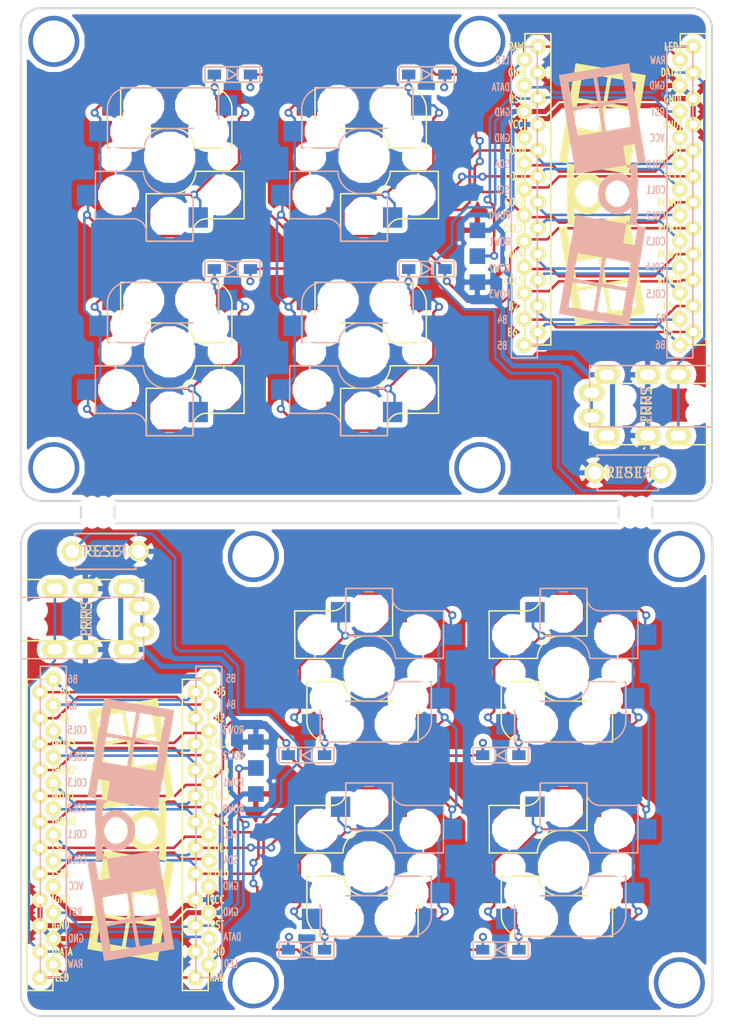
<source format=kicad_pcb>
(kicad_pcb (version 20171130) (host pcbnew "(5.0.0-3-g5ebb6b6)")
  (title_block (title "Petit Split") (date 2018-09-20) (rev 1.0) (company foostan))
  (layers (0 F.Cu signal) (31 B.Cu signal) (34 B.Paste user) (35 F.Paste user) (36 B.SilkS user) (37 F.SilkS user) (38 B.Mask user) (39 F.Mask user) (44 Edge.Cuts user))
  (net 0 "")
  (net 1 row0)
  (net 2 "Net-(D1-Pad2)")
  (net 3 "Net-(D2-Pad2)")
  (net 4 row1)
  (net 5 "Net-(D3-Pad2)")
  (net 6 "Net-(D4-Pad2)")
  (net 7 VCC)
  (net 8 "Net-(J1-PadA)")
  (net 9 data)
  (net 10 GND)
  (net 11 led)
  (net 12 col0)
  (net 13 col1)
  (net 14 reset)
  (net 15 "Net-(U1-Pad24)")
  (net 16 "Net-(U1-Pad18)")
  (net 17 "Net-(U1-Pad17)")
  (net 18 "Net-(U1-Pad16)")
  (net 19 "Net-(U1-Pad15)")
  (net 20 "Net-(U1-Pad14)")
  (net 21 "Net-(U1-Pad13)")
  (net 22 "Net-(U1-Pad12)")
  (net 23 "Net-(U1-Pad11)")
  (net 24 "Net-(U1-Pad10)")
  (net 25 "Net-(U1-Pad9)")
  (net 26 "Net-(U1-Pad6)")
  (net 27 "Net-(U1-Pad5)")
  (module kbd:IM_HOLE (layer F.Cu) (at 105.85 107.405)
    (fp_text reference Ref** hide)
    (fp_text value Val** hide)
    (pad "" np_thru_hole circle (at 0 0) (size 0.5 0.5) (drill 0.5) (layers *.Cu *.Mask))
  )
  (module kbd:IM_HOLE (layer F.Cu) (at 106.95 107.405)
    (fp_text reference Ref** hide)
    (fp_text value Val** hide)
    (pad "" np_thru_hole circle (at 0 0) (size 0.5 0.5) (drill 0.5) (layers *.Cu *.Mask))
  )
  (module kbd:IM_HOLE (layer F.Cu) (at 108.05 107.405)
    (fp_text reference Ref** hide)
    (fp_text value Val** hide)
    (pad "" np_thru_hole circle (at 0 0) (size 0.5 0.5) (drill 0.5) (layers *.Cu *.Mask))
  )
  (module kbd:petit_split-logo (layer F.Cu) (at 58.05 137.65 90)
    (fp_text reference G*** hide)
    (fp_text value LOGO hide)
  )
  (module kbd:petit_split-logo (layer B.Cu) (at 58.05 137.65 90)
    (fp_text reference G*** hide)
    (fp_text value LOGO hide)
  )
  (module kbd:CherryMX_KailhLowProfile_Hotswap_rev1 (layer F.Cu) (at 81.4 122.25 180)
    (fp_text reference SW4 hide)
    (fp_text value KEY_SWITCH hide)
    (pad 2 smd rect (at 5.6 -5.08) (size 2 2) (layers B.Cu B.Paste B.Mask) (net 6 "Net-(D4-Pad2)"))
    (pad "" np_thru_hole circle (at -3.81 -2.54) (size 3 3) (drill 3) (layers *.Cu *.Mask))
    (pad "" np_thru_hole circle (at -5.08 0 180) (size 1.7 1.7) (drill 1.7) (layers *.Cu *.Mask))
    (pad "" np_thru_hole circle (at 5.08 0 180) (size 1.7 1.7) (drill 1.7) (layers *.Cu *.Mask))
    (pad "" np_thru_hole circle (at 5.5 0 270) (size 1.9 1.9) (drill 1.9) (layers *.Cu *.Mask))
    (pad "" np_thru_hole circle (at -5.5 0 270) (size 1.9 1.9) (drill 1.9) (layers *.Cu *.Mask))
    (pad "" np_thru_hole circle (at 0 0 270) (size 4 4) (drill 4) (layers *.Cu *.Mask))
    (pad "" np_thru_hole circle (at 2.54 -5.08) (size 3 3) (drill 3) (layers *.Cu *.Mask))
    (pad 1 smd rect (at -6.9 -2.54) (size 2 2) (layers B.Cu B.Paste B.Mask) (net 13 col1))
    (pad "" np_thru_hole circle (at 0 5.9 270) (size 3 3) (drill 3) (layers *.Cu *.Mask))
    (pad "" np_thru_hole circle (at -5 3.7 270) (size 3 3) (drill 3) (layers *.Cu *.Mask))
    (pad 2 smd rect (at 2.8 5.9) (size 1.9 2) (layers B.Cu B.Paste B.Mask) (net 6 "Net-(D4-Pad2)"))
    (pad 1 smd rect (at -8.1 3.7) (size 2 2) (layers B.Cu B.Paste B.Mask) (net 13 col1))
    (pad 1 smd rect (at 8.1 3.7) (size 2 2) (layers F.Cu F.Paste F.Mask) (net 13 col1))
    (pad 2 smd rect (at -2.8 5.9) (size 1.8 2) (layers F.Cu F.Paste F.Mask) (net 6 "Net-(D4-Pad2)"))
    (pad "" np_thru_hole circle (at 5 3.7 90) (size 3 3) (drill 3) (layers *.Cu *.Mask))
    (pad 2 smd rect (at 6.9 -2.54) (size 2 2) (layers F.Cu F.Paste F.Mask) (net 6 "Net-(D4-Pad2)"))
    (pad "" np_thru_hole circle (at -2.54 -5.08) (size 3 3) (drill 3) (layers *.Cu *.Mask))
    (pad "" np_thru_hole circle (at 3.81 -2.54) (size 3 3) (drill 3) (layers *.Cu *.Mask))
    (pad 1 smd rect (at -5.6 -5.08) (size 2 2) (layers F.Cu F.Paste F.Mask) (net 13 col1))
  )
  (module kbd:CherryMX_KailhLowProfile_Hotswap_rev1 (layer F.Cu) (at 100.45 122.25 180)
    (fp_text reference SW3 hide)
    (fp_text value KEY_SWITCH hide)
    (pad 2 smd rect (at 5.6 -5.08) (size 2 2) (layers B.Cu B.Paste B.Mask) (net 5 "Net-(D3-Pad2)"))
    (pad "" np_thru_hole circle (at -3.81 -2.54) (size 3 3) (drill 3) (layers *.Cu *.Mask))
    (pad "" np_thru_hole circle (at -5.08 0 180) (size 1.7 1.7) (drill 1.7) (layers *.Cu *.Mask))
    (pad "" np_thru_hole circle (at 5.08 0 180) (size 1.7 1.7) (drill 1.7) (layers *.Cu *.Mask))
    (pad "" np_thru_hole circle (at 5.5 0 270) (size 1.9 1.9) (drill 1.9) (layers *.Cu *.Mask))
    (pad "" np_thru_hole circle (at -5.5 0 270) (size 1.9 1.9) (drill 1.9) (layers *.Cu *.Mask))
    (pad "" np_thru_hole circle (at 0 0 270) (size 4 4) (drill 4) (layers *.Cu *.Mask))
    (pad "" np_thru_hole circle (at 2.54 -5.08) (size 3 3) (drill 3) (layers *.Cu *.Mask))
    (pad 1 smd rect (at -6.9 -2.54) (size 2 2) (layers B.Cu B.Paste B.Mask) (net 12 col0))
    (pad "" np_thru_hole circle (at 0 5.9 270) (size 3 3) (drill 3) (layers *.Cu *.Mask))
    (pad "" np_thru_hole circle (at -5 3.7 270) (size 3 3) (drill 3) (layers *.Cu *.Mask))
    (pad 2 smd rect (at 2.8 5.9) (size 1.9 2) (layers B.Cu B.Paste B.Mask) (net 5 "Net-(D3-Pad2)"))
    (pad 1 smd rect (at -8.1 3.7) (size 2 2) (layers B.Cu B.Paste B.Mask) (net 12 col0))
    (pad 1 smd rect (at 8.1 3.7) (size 2 2) (layers F.Cu F.Paste F.Mask) (net 12 col0))
    (pad 2 smd rect (at -2.8 5.9) (size 1.8 2) (layers F.Cu F.Paste F.Mask) (net 5 "Net-(D3-Pad2)"))
    (pad "" np_thru_hole circle (at 5 3.7 90) (size 3 3) (drill 3) (layers *.Cu *.Mask))
    (pad 2 smd rect (at 6.9 -2.54) (size 2 2) (layers F.Cu F.Paste F.Mask) (net 5 "Net-(D3-Pad2)"))
    (pad "" np_thru_hole circle (at -2.54 -5.08) (size 3 3) (drill 3) (layers *.Cu *.Mask))
    (pad "" np_thru_hole circle (at 3.81 -2.54) (size 3 3) (drill 3) (layers *.Cu *.Mask))
    (pad 1 smd rect (at -5.6 -5.08) (size 2 2) (layers F.Cu F.Paste F.Mask) (net 12 col0))
  )
  (module kbd:CherryMX_KailhLowProfile_Hotswap_rev1 (layer F.Cu) (at 81.4 141.3 180)
    (fp_text reference SW2 hide)
    (fp_text value KEY_SWITCH hide)
    (pad 2 smd rect (at 5.6 -5.08) (size 2 2) (layers B.Cu B.Paste B.Mask) (net 3 "Net-(D2-Pad2)"))
    (pad "" np_thru_hole circle (at -3.81 -2.54) (size 3 3) (drill 3) (layers *.Cu *.Mask))
    (pad "" np_thru_hole circle (at -5.08 0 180) (size 1.7 1.7) (drill 1.7) (layers *.Cu *.Mask))
    (pad "" np_thru_hole circle (at 5.08 0 180) (size 1.7 1.7) (drill 1.7) (layers *.Cu *.Mask))
    (pad "" np_thru_hole circle (at 5.5 0 270) (size 1.9 1.9) (drill 1.9) (layers *.Cu *.Mask))
    (pad "" np_thru_hole circle (at -5.5 0 270) (size 1.9 1.9) (drill 1.9) (layers *.Cu *.Mask))
    (pad "" np_thru_hole circle (at 0 0 270) (size 4 4) (drill 4) (layers *.Cu *.Mask))
    (pad "" np_thru_hole circle (at 2.54 -5.08) (size 3 3) (drill 3) (layers *.Cu *.Mask))
    (pad 1 smd rect (at -6.9 -2.54) (size 2 2) (layers B.Cu B.Paste B.Mask) (net 13 col1))
    (pad "" np_thru_hole circle (at 0 5.9 270) (size 3 3) (drill 3) (layers *.Cu *.Mask))
    (pad "" np_thru_hole circle (at -5 3.7 270) (size 3 3) (drill 3) (layers *.Cu *.Mask))
    (pad 2 smd rect (at 2.8 5.9) (size 1.9 2) (layers B.Cu B.Paste B.Mask) (net 3 "Net-(D2-Pad2)"))
    (pad 1 smd rect (at -8.1 3.7) (size 2 2) (layers B.Cu B.Paste B.Mask) (net 13 col1))
    (pad 1 smd rect (at 8.1 3.7) (size 2 2) (layers F.Cu F.Paste F.Mask) (net 13 col1))
    (pad 2 smd rect (at -2.8 5.9) (size 1.8 2) (layers F.Cu F.Paste F.Mask) (net 3 "Net-(D2-Pad2)"))
    (pad "" np_thru_hole circle (at 5 3.7 90) (size 3 3) (drill 3) (layers *.Cu *.Mask))
    (pad 2 smd rect (at 6.9 -2.54) (size 2 2) (layers F.Cu F.Paste F.Mask) (net 3 "Net-(D2-Pad2)"))
    (pad "" np_thru_hole circle (at -2.54 -5.08) (size 3 3) (drill 3) (layers *.Cu *.Mask))
    (pad "" np_thru_hole circle (at 3.81 -2.54) (size 3 3) (drill 3) (layers *.Cu *.Mask))
    (pad 1 smd rect (at -5.6 -5.08) (size 2 2) (layers F.Cu F.Paste F.Mask) (net 13 col1))
  )
  (module kbd:CherryMX_KailhLowProfile_Hotswap_rev1 (layer F.Cu) (at 100.45 141.3 180)
    (fp_text reference SW1 hide)
    (fp_text value KEY_SWITCH hide)
    (pad 2 smd rect (at 5.6 -5.08) (size 2 2) (layers B.Cu B.Paste B.Mask) (net 2 "Net-(D1-Pad2)"))
    (pad "" np_thru_hole circle (at -3.81 -2.54) (size 3 3) (drill 3) (layers *.Cu *.Mask))
    (pad "" np_thru_hole circle (at -5.08 0 180) (size 1.7 1.7) (drill 1.7) (layers *.Cu *.Mask))
    (pad "" np_thru_hole circle (at 5.08 0 180) (size 1.7 1.7) (drill 1.7) (layers *.Cu *.Mask))
    (pad "" np_thru_hole circle (at 5.5 0 270) (size 1.9 1.9) (drill 1.9) (layers *.Cu *.Mask))
    (pad "" np_thru_hole circle (at -5.5 0 270) (size 1.9 1.9) (drill 1.9) (layers *.Cu *.Mask))
    (pad "" np_thru_hole circle (at 0 0 270) (size 4 4) (drill 4) (layers *.Cu *.Mask))
    (pad "" np_thru_hole circle (at 2.54 -5.08) (size 3 3) (drill 3) (layers *.Cu *.Mask))
    (pad 1 smd rect (at -6.9 -2.54) (size 2 2) (layers B.Cu B.Paste B.Mask) (net 12 col0))
    (pad "" np_thru_hole circle (at 0 5.9 270) (size 3 3) (drill 3) (layers *.Cu *.Mask))
    (pad "" np_thru_hole circle (at -5 3.7 270) (size 3 3) (drill 3) (layers *.Cu *.Mask))
    (pad 2 smd rect (at 2.8 5.9) (size 1.9 2) (layers B.Cu B.Paste B.Mask) (net 2 "Net-(D1-Pad2)"))
    (pad 1 smd rect (at -8.1 3.7) (size 2 2) (layers B.Cu B.Paste B.Mask) (net 12 col0))
    (pad 1 smd rect (at 8.1 3.7) (size 2 2) (layers F.Cu F.Paste F.Mask) (net 12 col0))
    (pad 2 smd rect (at -2.8 5.9) (size 1.8 2) (layers F.Cu F.Paste F.Mask) (net 2 "Net-(D1-Pad2)"))
    (pad "" np_thru_hole circle (at 5 3.7 90) (size 3 3) (drill 3) (layers *.Cu *.Mask))
    (pad 2 smd rect (at 6.9 -2.54) (size 2 2) (layers F.Cu F.Paste F.Mask) (net 2 "Net-(D1-Pad2)"))
    (pad "" np_thru_hole circle (at -2.54 -5.08) (size 3 3) (drill 3) (layers *.Cu *.Mask))
    (pad "" np_thru_hole circle (at 3.81 -2.54) (size 3 3) (drill 3) (layers *.Cu *.Mask))
    (pad 1 smd rect (at -5.6 -5.08) (size 2 2) (layers F.Cu F.Paste F.Mask) (net 12 col0))
  )
  (module kbd:HOLE (layer F.Cu) (at 111.8 152.65 180)
    (fp_text reference Ref**)
    (fp_text value Val**)
    (pad "" thru_hole circle (at 0 0 180) (size 5 5) (drill 4.1) (layers *.Cu *.Mask))
  )
  (module kbd:ProMicro_v2 (layer F.Cu) (at 56.8 137.65 180)
    (fp_text reference U1 hide)
    (fp_text value ProMicro hide)
    (fp_text user "" (at -0.5 -17.25 180) (layer F.SilkS))
    (fp_text user "" (at -1.2065 -16.256 180) (layer B.SilkS) (effects (justify mirror)))
    (fp_text user RAW (at -9.7155 -14.478 180) (layer F.SilkS) (effects (font (size 0.75 0.5) (thickness 0.125))))
    (fp_text user LED (at 5.5 -14.478 180) (layer F.SilkS) (effects (font (size 0.75 0.5) (thickness 0.125))))
    (fp_text user GND (at -9.7155 -11.938 180) (layer F.SilkS) (effects (font (size 0.75 0.5) (thickness 0.125))))
    (fp_text user DATA (at 5.35 -11.95 180) (layer F.SilkS) (effects (font (size 0.75 0.5) (thickness 0.125))))
    (fp_text user RST (at -9.7155 -9.3345 180) (layer F.SilkS) (effects (font (size 0.75 0.5) (thickness 0.125))))
    (fp_text user GND (at 5.5245 -9.3345 180) (layer F.SilkS) (effects (font (size 0.75 0.5) (thickness 0.125))))
    (fp_text user VCC (at -9.7155 -6.858 180) (layer F.SilkS) (effects (font (size 0.75 0.5) (thickness 0.125))))
    (fp_text user GND (at 5.461 -6.7945 180) (layer F.SilkS) (effects (font (size 0.75 0.5) (thickness 0.125))))
    (fp_text user COL3 (at -10 3.35 180) (layer F.SilkS) (effects (font (size 0.75 0.5) (thickness 0.125))))
    (fp_text user ROW0 (at 5.2 0.8 180) (layer F.SilkS) (effects (font (size 0.75 0.5) (thickness 0.125))))
    (fp_text user COL2 (at -9.9 0.762 180) (layer F.SilkS) (effects (font (size 0.75 0.5) (thickness 0.125))))
    (fp_text user SCL (at 5.461 -1.778 180) (layer F.SilkS) (effects (font (size 0.75 0.5) (thickness 0.125))))
    (fp_text user COL1 (at -9.85 -1.778 180) (layer F.SilkS) (effects (font (size 0.75 0.5) (thickness 0.125))))
    (fp_text user SDA (at 5.461 -4.318 180) (layer F.SilkS) (effects (font (size 0.75 0.5) (thickness 0.125))))
    (fp_text user COL0 (at -9.9 -4.3 180) (layer F.SilkS) (effects (font (size 0.75 0.5) (thickness 0.125))))
    (fp_text user B6 (at -10.05 13.5 180) (layer F.SilkS) (effects (font (size 0.75 0.5) (thickness 0.125))))
    (fp_text user B5 (at 5.2 13.5255 180) (layer F.SilkS) (effects (font (size 0.75 0.5) (thickness 0.125))))
    (fp_text user B4 (at 5.2 10.922 180) (layer F.SilkS) (effects (font (size 0.75 0.5) (thickness 0.125))))
    (fp_text user B2 (at -9.95 10.95 180) (layer F.SilkS) (effects (font (size 0.75 0.5) (thickness 0.125))))
    (fp_text user ROW3 (at 5.2 8.4455 180) (layer F.SilkS) (effects (font (size 0.75 0.5) (thickness 0.125))))
    (fp_text user COL5 (at -9.95 8.4455 180) (layer F.SilkS) (effects (font (size 0.75 0.5) (thickness 0.125))))
    (fp_text user ROW2 (at 5.2 5.85 180) (layer F.SilkS) (effects (font (size 0.75 0.5) (thickness 0.125))))
    (fp_text user COL4 (at -9.95 5.85 180) (layer F.SilkS) (effects (font (size 0.75 0.5) (thickness 0.125))))
    (fp_text user ROW1 (at 5.25 3.302 180) (layer F.SilkS) (effects (font (size 0.75 0.5) (thickness 0.125))))
    (fp_text user ROW1 (at -11.3 4.6355 180) (layer B.SilkS) (effects (font (size 0.75 0.5) (thickness 0.125)) (justify mirror)))
    (fp_text user COL4 (at 3.95 7.112 180) (layer B.SilkS) (effects (font (size 0.75 0.5) (thickness 0.125)) (justify mirror)))
    (fp_text user ROW2 (at -11.3 7.239 180) (layer B.SilkS) (effects (font (size 0.75 0.5) (thickness 0.125)) (justify mirror)))
    (fp_text user COL5 (at 4 9.75 180) (layer B.SilkS) (effects (font (size 0.75 0.5) (thickness 0.125)) (justify mirror)))
    (fp_text user ROW3 (at -11.3 9.75 180) (layer B.SilkS) (effects (font (size 0.75 0.5) (thickness 0.125)) (justify mirror)))
    (fp_text user B2 (at 4.5085 12.1285 180) (layer B.SilkS) (effects (font (size 0.75 0.5) (thickness 0.125)) (justify mirror)))
    (fp_text user B4 (at -11.049 12.2555 180) (layer B.SilkS) (effects (font (size 0.75 0.5) (thickness 0.125)) (justify mirror)))
    (fp_text user B5 (at -11.049 14.7955 180) (layer B.SilkS) (effects (font (size 0.75 0.5) (thickness 0.125)) (justify mirror)))
    (fp_text user B6 (at 4.445 14.732 180) (layer B.SilkS) (effects (font (size 0.75 0.5) (thickness 0.125)) (justify mirror)))
    (fp_text user COL0 (at 4 -2.95 180) (layer B.SilkS) (effects (font (size 0.75 0.5) (thickness 0.125)) (justify mirror)))
    (fp_text user SDA (at -11.049 -2.9845 180) (layer B.SilkS) (effects (font (size 0.75 0.5) (thickness 0.125)) (justify mirror)))
    (fp_text user COL1 (at 4 -0.4445 180) (layer B.SilkS) (effects (font (size 0.75 0.5) (thickness 0.125)) (justify mirror)))
    (fp_text user SCL (at -11.049 -0.4445 180) (layer B.SilkS) (effects (font (size 0.75 0.5) (thickness 0.125)) (justify mirror)))
    (fp_text user COL2 (at 4 2.1 180) (layer B.SilkS) (effects (font (size 0.75 0.5) (thickness 0.125)) (justify mirror)))
    (fp_text user ROW0 (at -11.3 2.032 180) (layer B.SilkS) (effects (font (size 0.75 0.5) (thickness 0.125)) (justify mirror)))
    (fp_text user COL3 (at 4 4.6 180) (layer B.SilkS) (effects (font (size 0.75 0.5) (thickness 0.125)) (justify mirror)))
    (fp_text user GND (at -11.049 -5.5245 180) (layer B.SilkS) (effects (font (size 0.75 0.5) (thickness 0.125)) (justify mirror)))
    (fp_text user VCC (at 4.1275 -5.5245 180) (layer B.SilkS) (effects (font (size 0.75 0.5) (thickness 0.125)) (justify mirror)))
    (fp_text user GND (at -11.049 -8.0645 180) (layer B.SilkS) (effects (font (size 0.75 0.5) (thickness 0.125)) (justify mirror)))
    (fp_text user RST (at 4.191 -8.0645 180) (layer B.SilkS) (effects (font (size 0.75 0.5) (thickness 0.125)) (justify mirror)))
    (fp_text user DATA (at -11.2 -10.5 180) (layer B.SilkS) (effects (font (size 0.75 0.5) (thickness 0.125)) (justify mirror)))
    (fp_text user GND (at 4.1275 -10.668 180) (layer B.SilkS) (effects (font (size 0.75 0.5) (thickness 0.125)) (justify mirror)))
    (fp_text user LED (at -11.049 -13.1445 180) (layer B.SilkS) (effects (font (size 0.75 0.5) (thickness 0.125)) (justify mirror)))
    (fp_text user RAW (at 4.191 -13.1445 180) (layer B.SilkS) (effects (font (size 0.75 0.5) (thickness 0.125)) (justify mirror)))
    (pad 24 thru_hole circle (at 6.35 -13.208 180) (size 1.524 1.524) (drill 0.8128) (layers *.Cu *.Mask F.SilkS) (net 15 "Net-(U1-Pad24)"))
    (pad 23 thru_hole circle (at 6.35 -10.668 180) (size 1.524 1.524) (drill 0.8128) (layers *.Cu *.Mask F.SilkS) (net 10 GND))
    (pad 22 thru_hole circle (at 6.35 -8.128 180) (size 1.524 1.524) (drill 0.8128) (layers *.Cu *.Mask F.SilkS) (net 14 reset))
    (pad 21 thru_hole circle (at 6.35 -5.588 180) (size 1.524 1.524) (drill 0.8128) (layers *.Cu *.Mask F.SilkS) (net 7 VCC))
    (pad 20 thru_hole circle (at 6.35 -3.048 180) (size 1.524 1.524) (drill 0.8128) (layers *.Cu *.Mask F.SilkS) (net 12 col0))
    (pad 19 thru_hole circle (at 6.35 -0.508 180) (size 1.524 1.524) (drill 0.8128) (layers *.Cu *.Mask F.SilkS) (net 13 col1))
    (pad 18 thru_hole circle (at 6.35 2.032 180) (size 1.524 1.524) (drill 0.8128) (layers *.Cu *.Mask F.SilkS) (net 16 "Net-(U1-Pad18)"))
    (pad 17 thru_hole circle (at 6.35 4.572 180) (size 1.524 1.524) (drill 0.8128) (layers *.Cu *.Mask F.SilkS) (net 17 "Net-(U1-Pad17)"))
    (pad 16 thru_hole circle (at 6.35 7.112 180) (size 1.524 1.524) (drill 0.8128) (layers *.Cu *.Mask F.SilkS) (net 18 "Net-(U1-Pad16)"))
    (pad 15 thru_hole circle (at 6.35 9.652 180) (size 1.524 1.524) (drill 0.8128) (layers *.Cu *.Mask F.SilkS) (net 19 "Net-(U1-Pad15)"))
    (pad 14 thru_hole circle (at 6.35 12.192 180) (size 1.524 1.524) (drill 0.8128) (layers *.Cu *.Mask F.SilkS) (net 20 "Net-(U1-Pad14)"))
    (pad 13 thru_hole circle (at 6.35 14.732 180) (size 1.524 1.524) (drill 0.8128) (layers *.Cu *.Mask F.SilkS) (net 21 "Net-(U1-Pad13)"))
    (pad 12 thru_hole circle (at -8.89 14.732 180) (size 1.524 1.524) (drill 0.8128) (layers *.Cu *.Mask F.SilkS) (net 22 "Net-(U1-Pad12)"))
    (pad 11 thru_hole circle (at -8.89 12.192 180) (size 1.524 1.524) (drill 0.8128) (layers *.Cu *.Mask F.SilkS) (net 23 "Net-(U1-Pad11)"))
    (pad 10 thru_hole circle (at -8.89 9.652 180) (size 1.524 1.524) (drill 0.8128) (layers *.Cu *.Mask F.SilkS) (net 24 "Net-(U1-Pad10)"))
    (pad 9 thru_hole circle (at -8.89 7.112 180) (size 1.524 1.524) (drill 0.8128) (layers *.Cu *.Mask F.SilkS) (net 25 "Net-(U1-Pad9)"))
    (pad 8 thru_hole circle (at -8.89 4.572 180) (size 1.524 1.524) (drill 0.8128) (layers *.Cu *.Mask F.SilkS) (net 4 row1))
    (pad 7 thru_hole circle (at -8.89 2.032 180) (size 1.524 1.524) (drill 0.8128) (layers *.Cu *.Mask F.SilkS) (net 1 row0))
    (pad 6 thru_hole circle (at -8.89 -0.508 180) (size 1.524 1.524) (drill 0.8128) (layers *.Cu *.Mask F.SilkS) (net 26 "Net-(U1-Pad6)"))
    (pad 5 thru_hole circle (at -8.89 -3.048 180) (size 1.524 1.524) (drill 0.8128) (layers *.Cu *.Mask F.SilkS) (net 27 "Net-(U1-Pad5)"))
    (pad 4 thru_hole circle (at -8.89 -5.588 180) (size 1.524 1.524) (drill 0.8128) (layers *.Cu *.Mask F.SilkS) (net 10 GND))
    (pad 3 thru_hole circle (at -8.89 -8.128 180) (size 1.524 1.524) (drill 0.8128) (layers *.Cu *.Mask F.SilkS) (net 10 GND))
    (pad 2 thru_hole circle (at -8.89 -10.668 180) (size 1.524 1.524) (drill 0.8128) (layers *.Cu *.Mask F.SilkS) (net 9 data))
    (pad 1 thru_hole circle (at -8.89 -13.208 180) (size 1.524 1.524) (drill 0.8128) (layers *.Cu *.Mask F.SilkS) (net 11 led))
    (pad 1 thru_hole circle (at 7.6564 -14.478 180) (size 1.524 1.524) (drill 0.8128) (layers *.Cu *.Mask F.SilkS) (net 11 led))
    (pad 2 thru_hole circle (at 7.6564 -11.938 180) (size 1.524 1.524) (drill 0.8128) (layers *.Cu *.Mask F.SilkS) (net 9 data))
    (pad 3 thru_hole circle (at 7.6564 -9.398 180) (size 1.524 1.524) (drill 0.8128) (layers *.Cu *.Mask F.SilkS) (net 10 GND))
    (pad 4 thru_hole circle (at 7.6564 -6.858 180) (size 1.524 1.524) (drill 0.8128) (layers *.Cu *.Mask F.SilkS) (net 10 GND))
    (pad 5 thru_hole circle (at 7.6564 -4.318 180) (size 1.524 1.524) (drill 0.8128) (layers *.Cu *.Mask F.SilkS) (net 27 "Net-(U1-Pad5)"))
    (pad 6 thru_hole circle (at 7.6564 -1.778 180) (size 1.524 1.524) (drill 0.8128) (layers *.Cu *.Mask F.SilkS) (net 26 "Net-(U1-Pad6)"))
    (pad 7 thru_hole circle (at 7.6564 0.762 180) (size 1.524 1.524) (drill 0.8128) (layers *.Cu *.Mask F.SilkS) (net 1 row0))
    (pad 8 thru_hole circle (at 7.6564 3.302 180) (size 1.524 1.524) (drill 0.8128) (layers *.Cu *.Mask F.SilkS) (net 4 row1))
    (pad 9 thru_hole circle (at 7.6564 5.842 180) (size 1.524 1.524) (drill 0.8128) (layers *.Cu *.Mask F.SilkS) (net 25 "Net-(U1-Pad9)"))
    (pad 10 thru_hole circle (at 7.6564 8.382 180) (size 1.524 1.524) (drill 0.8128) (layers *.Cu *.Mask F.SilkS) (net 24 "Net-(U1-Pad10)"))
    (pad 11 thru_hole circle (at 7.6564 10.922 180) (size 1.524 1.524) (drill 0.8128) (layers *.Cu *.Mask F.SilkS) (net 23 "Net-(U1-Pad11)"))
    (pad 12 thru_hole circle (at 7.6564 13.462 180) (size 1.524 1.524) (drill 0.8128) (layers *.Cu *.Mask F.SilkS) (net 22 "Net-(U1-Pad12)"))
    (pad 13 thru_hole circle (at -7.5636 13.462 180) (size 1.524 1.524) (drill 0.8128) (layers *.Cu *.Mask F.SilkS) (net 21 "Net-(U1-Pad13)"))
    (pad 14 thru_hole circle (at -7.5636 10.922 180) (size 1.524 1.524) (drill 0.8128) (layers *.Cu *.Mask F.SilkS) (net 20 "Net-(U1-Pad14)"))
    (pad 15 thru_hole circle (at -7.5636 8.382 180) (size 1.524 1.524) (drill 0.8128) (layers *.Cu *.Mask F.SilkS) (net 19 "Net-(U1-Pad15)"))
    (pad 16 thru_hole circle (at -7.5636 5.842 180) (size 1.524 1.524) (drill 0.8128) (layers *.Cu *.Mask F.SilkS) (net 18 "Net-(U1-Pad16)"))
    (pad 17 thru_hole circle (at -7.5636 3.302 180) (size 1.524 1.524) (drill 0.8128) (layers *.Cu *.Mask F.SilkS) (net 17 "Net-(U1-Pad17)"))
    (pad 18 thru_hole circle (at -7.5636 0.762 180) (size 1.524 1.524) (drill 0.8128) (layers *.Cu *.Mask F.SilkS) (net 16 "Net-(U1-Pad18)"))
    (pad 19 thru_hole circle (at -7.5636 -1.778 180) (size 1.524 1.524) (drill 0.8128) (layers *.Cu *.Mask F.SilkS) (net 13 col1))
    (pad 20 thru_hole circle (at -7.5636 -4.318 180) (size 1.524 1.524) (drill 0.8128) (layers *.Cu *.Mask F.SilkS) (net 12 col0))
    (pad 21 thru_hole circle (at -7.5636 -6.858 180) (size 1.524 1.524) (drill 0.8128) (layers *.Cu *.Mask F.SilkS) (net 7 VCC))
    (pad 22 thru_hole circle (at -7.5636 -9.398 180) (size 1.524 1.524) (drill 0.8128) (layers *.Cu *.Mask F.SilkS) (net 14 reset))
    (pad 23 thru_hole circle (at -7.5636 -11.938 180) (size 1.524 1.524) (drill 0.8128) (layers *.Cu *.Mask F.SilkS) (net 10 GND))
    (pad 24 thru_hole circle (at -7.5636 -14.478 180) (size 1.524 1.524) (drill 0.8128) (layers *.Cu *.Mask F.SilkS) (net 15 "Net-(U1-Pad24)"))
  )
  (module kbd:ResetSW (layer F.Cu) (at 55.55 110.4 180)
    (fp_text reference SW5 hide)
    (fp_text value "" (at 0 0 180) (layer F.SilkS))
    (fp_text user RESET (at 0 0 180) (layer F.SilkS))
    (fp_text user RESET (at 0.127 0 180) (layer B.SilkS) (effects (justify mirror)))
    (pad 2 thru_hole circle (at -3.25 0 180) (size 2 2) (drill 1.3) (layers *.Cu *.Mask F.SilkS) (net 10 GND))
    (pad 1 thru_hole circle (at 3.25 0 180) (size 2 2) (drill 1.3) (layers *.Cu *.Mask F.SilkS) (net 14 reset))
  )
  (module kbd:StripLED_rev (layer F.Cu) (at 70.3 134.15 180)
    (fp_text reference J2 hide)
    (fp_text value LED hide)
    (pad 3 smd rect (at 0 0 180) (size 1.524 1.524) (layers B.Cu B.Paste B.Mask) (net 7 VCC))
    (pad 2 smd rect (at 0 2.54 180) (size 1.524 1.524) (layers B.Cu B.Paste B.Mask) (net 11 led))
    (pad 1 smd rect (at 0 5.08 180) (size 1.524 1.524) (layers B.Cu B.Paste B.Mask) (net 10 GND))
    (pad 1 smd rect (at 0 0 180) (size 1.524 1.524) (layers F.Cu F.Paste F.Mask) (net 10 GND))
    (pad 2 smd rect (at 0 2.54 180) (size 1.524 1.524) (layers F.Cu F.Paste F.Mask) (net 11 led))
    (pad 3 smd rect (at 0 5.08 180) (size 1.524 1.524) (layers F.Cu F.Paste F.Mask) (net 7 VCC))
  )
  (module kbd:MJ-4PP-9 (layer F.Cu) (at 47.3 116.15 90)
    (fp_text reference TRRS (at -0.889 6.4135 90) (layer F.SilkS))
    (fp_text value MJ-4PP-9 hide)
    (fp_text user TRRS (at -0.8255 6.4135 90) (layer B.SilkS) (effects (justify mirror)))
    (pad A thru_hole oval (at -2.1 11.8 90) (size 1.7 2.5) (drill oval 1 1.5) (layers *.Cu *.Mask F.SilkS) (net 8 "Net-(J1-PadA)") (clearance 0.15))
    (pad D thru_hole oval (at 2.1 10.3 90) (size 1.7 2.5) (drill oval 1 1.5) (layers *.Cu *.Mask F.SilkS) (net 7 VCC) (clearance 0.15))
    (pad C thru_hole oval (at 2.1 6.3 90) (size 1.7 2.5) (drill oval 1 1.5) (layers *.Cu *.Mask F.SilkS) (net 10 GND))
    (pad B thru_hole oval (at 2.1 3.3 90) (size 1.7 2.5) (drill oval 1 1.5) (layers *.Cu *.Mask F.SilkS) (net 9 data))
    (pad "" np_thru_hole circle (at 0 8.5 90) (size 1.2 1.2) (drill 1.2) (layers *.Cu *.Mask F.SilkS))
    (pad "" np_thru_hole circle (at 0 1.5 90) (size 1.2 1.2) (drill 1.2) (layers *.Cu *.Mask F.SilkS))
    (pad C thru_hole oval (at -3.85 6.3 90) (size 1.7 2.5) (drill oval 1 1.5) (layers *.Cu *.Mask F.SilkS) (net 10 GND))
    (pad B thru_hole oval (at -3.85 3.3 90) (size 1.7 2.5) (drill oval 1 1.5) (layers *.Cu *.Mask F.SilkS) (net 9 data))
    (pad A thru_hole oval (at 0.35 11.8 90) (size 1.7 2.5) (drill oval 1 1.5) (layers *.Cu *.Mask F.SilkS) (net 8 "Net-(J1-PadA)") (clearance 0.15))
    (pad D thru_hole oval (at -3.85 10.3 90) (size 1.7 2.5) (drill oval 1 1.5) (layers *.Cu *.Mask F.SilkS) (net 7 VCC) (clearance 0.15))
    (pad "" np_thru_hole circle (at -1.75 1.5 90) (size 1.2 1.2) (drill 1.2) (layers *.Cu *.Mask F.SilkS))
    (pad "" np_thru_hole circle (at -1.75 8.5 90) (size 1.2 1.2) (drill 1.2) (layers *.Cu *.Mask F.SilkS))
  )
  (module kbd:D3_SMD (layer F.Cu) (at 75.25 130.35)
    (fp_text reference D4 hide)
    (fp_text value D hide)
    (pad 1 smd rect (at -1.775 0) (size 1.3 0.95) (layers F.Cu F.Paste F.Mask) (net 4 row1))
    (pad 2 smd rect (at 1.775 0) (size 1.3 0.95) (layers B.Cu B.Paste B.Mask) (net 6 "Net-(D4-Pad2)"))
    (pad 1 smd rect (at -1.775 0) (size 1.3 0.95) (layers B.Cu B.Paste B.Mask) (net 4 row1))
    (pad 2 smd rect (at 1.775 0) (size 1.3 0.95) (layers F.Cu F.Paste F.Mask) (net 6 "Net-(D4-Pad2)"))
  )
  (module kbd:D3_SMD (layer F.Cu) (at 94.3 130.35)
    (fp_text reference D3 hide)
    (fp_text value D hide)
    (pad 2 smd rect (at 1.775 0) (size 1.3 0.95) (layers F.Cu F.Paste F.Mask) (net 5 "Net-(D3-Pad2)"))
    (pad 1 smd rect (at -1.775 0) (size 1.3 0.95) (layers B.Cu B.Paste B.Mask) (net 4 row1))
    (pad 2 smd rect (at 1.775 0) (size 1.3 0.95) (layers B.Cu B.Paste B.Mask) (net 5 "Net-(D3-Pad2)"))
    (pad 1 smd rect (at -1.775 0) (size 1.3 0.95) (layers F.Cu F.Paste F.Mask) (net 4 row1))
  )
  (module kbd:D3_SMD (layer F.Cu) (at 75.25 149.4)
    (fp_text reference D2 hide)
    (fp_text value D hide)
    (pad 1 smd rect (at -1.775 0) (size 1.3 0.95) (layers F.Cu F.Paste F.Mask) (net 1 row0))
    (pad 2 smd rect (at 1.775 0) (size 1.3 0.95) (layers B.Cu B.Paste B.Mask) (net 3 "Net-(D2-Pad2)"))
    (pad 1 smd rect (at -1.775 0) (size 1.3 0.95) (layers B.Cu B.Paste B.Mask) (net 1 row0))
    (pad 2 smd rect (at 1.775 0) (size 1.3 0.95) (layers F.Cu F.Paste F.Mask) (net 3 "Net-(D2-Pad2)"))
  )
  (module kbd:D3_SMD (layer F.Cu) (at 94.3 149.4)
    (fp_text reference D1 hide)
    (fp_text value D hide)
    (pad 2 smd rect (at 1.775 0) (size 1.3 0.95) (layers F.Cu F.Paste F.Mask) (net 2 "Net-(D1-Pad2)"))
    (pad 1 smd rect (at -1.775 0) (size 1.3 0.95) (layers B.Cu B.Paste B.Mask) (net 1 row0))
    (pad 2 smd rect (at 1.775 0) (size 1.3 0.95) (layers B.Cu B.Paste B.Mask) (net 2 "Net-(D1-Pad2)"))
    (pad 1 smd rect (at -1.775 0) (size 1.3 0.95) (layers F.Cu F.Paste F.Mask) (net 1 row0))
  )
  (module kbd:HOLE (layer F.Cu) (at 111.8 110.9 180)
    (fp_text reference Ref**)
    (fp_text value Val**)
    (pad "" thru_hole circle (at 0 0 180) (size 5 5) (drill 4.1) (layers *.Cu *.Mask))
  )
  (module kbd:HOLE (layer F.Cu) (at 70.05 152.65 180)
    (fp_text reference Ref**)
    (fp_text value Val**)
    (pad "" thru_hole circle (at 0 0 180) (size 5 5) (drill 4.1) (layers *.Cu *.Mask))
  )
  (module kbd:HOLE (layer F.Cu) (at 70.05 110.9 180)
    (fp_text reference Ref**)
    (fp_text value Val**)
    (pad "" thru_hole circle (at 0 0 180) (size 5 5) (drill 4.1) (layers *.Cu *.Mask))
  )
  (module kbd:IM_HOLE (layer F.Cu) (at 56.45 107.405)
    (fp_text reference Ref** hide)
    (fp_text value Val** hide)
    (pad "" np_thru_hole circle (at 0 0) (size 0.5 0.5) (drill 0.5) (layers *.Cu *.Mask))
  )
  (module kbd:IM_HOLE (layer F.Cu) (at 53.15 107.405)
    (fp_text reference Ref** hide)
    (fp_text value Val** hide)
    (pad "" np_thru_hole circle (at 0 0) (size 0.5 0.5) (drill 0.5) (layers *.Cu *.Mask))
  )
  (module kbd:IM_HOLE (layer F.Cu) (at 55.35 107.405)
    (fp_text reference Ref** hide)
    (fp_text value Val** hide)
    (pad "" np_thru_hole circle (at 0 0) (size 0.5 0.5) (drill 0.5) (layers *.Cu *.Mask))
  )
  (module kbd:IM_HOLE (layer F.Cu) (at 54.25 107.405)
    (fp_text reference Ref** hide)
    (fp_text value Val** hide)
    (pad "" np_thru_hole circle (at 0 0) (size 0.5 0.5) (drill 0.5) (layers *.Cu *.Mask))
  )
  (module kbd:IM_HOLE (layer F.Cu) (at 109.15 107.405)
    (fp_text reference Ref** hide)
    (fp_text value Val** hide)
    (pad "" np_thru_hole circle (at 0 0) (size 0.5 0.5) (drill 0.5) (layers *.Cu *.Mask))
  )
  (module kbd:CherryMX_KailhLowProfile_Hotswap_rev1 (layer F.Cu) (at 80.9 90.85)
    (fp_text reference SW4 hide)
    (fp_text value KEY_SWITCH hide)
    (pad 1 smd rect (at -5.6 -5.08 180) (size 2 2) (layers F.Cu F.Paste F.Mask) (net 13 col1))
    (pad "" np_thru_hole circle (at 3.81 -2.54 180) (size 3 3) (drill 3) (layers *.Cu *.Mask))
    (pad "" np_thru_hole circle (at -2.54 -5.08 180) (size 3 3) (drill 3) (layers *.Cu *.Mask))
    (pad 2 smd rect (at 6.9 -2.54 180) (size 2 2) (layers F.Cu F.Paste F.Mask) (net 6 "Net-(D4-Pad2)"))
    (pad "" np_thru_hole circle (at 5 3.7 270) (size 3 3) (drill 3) (layers *.Cu *.Mask))
    (pad 2 smd rect (at -2.8 5.9 180) (size 1.8 2) (layers F.Cu F.Paste F.Mask) (net 6 "Net-(D4-Pad2)"))
    (pad 1 smd rect (at 8.1 3.7 180) (size 2 2) (layers F.Cu F.Paste F.Mask) (net 13 col1))
    (pad 1 smd rect (at -8.1 3.7 180) (size 2 2) (layers B.Cu B.Paste B.Mask) (net 13 col1))
    (pad 2 smd rect (at 2.8 5.9 180) (size 1.9 2) (layers B.Cu B.Paste B.Mask) (net 6 "Net-(D4-Pad2)"))
    (pad "" np_thru_hole circle (at -5 3.7 90) (size 3 3) (drill 3) (layers *.Cu *.Mask))
    (pad "" np_thru_hole circle (at 0 5.9 90) (size 3 3) (drill 3) (layers *.Cu *.Mask))
    (pad 1 smd rect (at -6.9 -2.54 180) (size 2 2) (layers B.Cu B.Paste B.Mask) (net 13 col1))
    (pad "" np_thru_hole circle (at 2.54 -5.08 180) (size 3 3) (drill 3) (layers *.Cu *.Mask))
    (pad "" np_thru_hole circle (at 0 0 90) (size 4 4) (drill 4) (layers *.Cu *.Mask))
    (pad "" np_thru_hole circle (at -5.5 0 90) (size 1.9 1.9) (drill 1.9) (layers *.Cu *.Mask))
    (pad "" np_thru_hole circle (at 5.5 0 90) (size 1.9 1.9) (drill 1.9) (layers *.Cu *.Mask))
    (pad "" np_thru_hole circle (at 5.08 0) (size 1.7 1.7) (drill 1.7) (layers *.Cu *.Mask))
    (pad "" np_thru_hole circle (at -5.08 0) (size 1.7 1.7) (drill 1.7) (layers *.Cu *.Mask))
    (pad "" np_thru_hole circle (at -3.81 -2.54 180) (size 3 3) (drill 3) (layers *.Cu *.Mask))
    (pad 2 smd rect (at 5.6 -5.08 180) (size 2 2) (layers B.Cu B.Paste B.Mask) (net 6 "Net-(D4-Pad2)"))
  )
  (module kbd:CherryMX_KailhLowProfile_Hotswap_rev1 (layer F.Cu) (at 61.85 90.85)
    (fp_text reference SW3 hide)
    (fp_text value KEY_SWITCH hide)
    (pad 1 smd rect (at -5.6 -5.08 180) (size 2 2) (layers F.Cu F.Paste F.Mask) (net 12 col0))
    (pad "" np_thru_hole circle (at 3.81 -2.54 180) (size 3 3) (drill 3) (layers *.Cu *.Mask))
    (pad "" np_thru_hole circle (at -2.54 -5.08 180) (size 3 3) (drill 3) (layers *.Cu *.Mask))
    (pad 2 smd rect (at 6.9 -2.54 180) (size 2 2) (layers F.Cu F.Paste F.Mask) (net 5 "Net-(D3-Pad2)"))
    (pad "" np_thru_hole circle (at 5 3.7 270) (size 3 3) (drill 3) (layers *.Cu *.Mask))
    (pad 2 smd rect (at -2.8 5.9 180) (size 1.8 2) (layers F.Cu F.Paste F.Mask) (net 5 "Net-(D3-Pad2)"))
    (pad 1 smd rect (at 8.1 3.7 180) (size 2 2) (layers F.Cu F.Paste F.Mask) (net 12 col0))
    (pad 1 smd rect (at -8.1 3.7 180) (size 2 2) (layers B.Cu B.Paste B.Mask) (net 12 col0))
    (pad 2 smd rect (at 2.8 5.9 180) (size 1.9 2) (layers B.Cu B.Paste B.Mask) (net 5 "Net-(D3-Pad2)"))
    (pad "" np_thru_hole circle (at -5 3.7 90) (size 3 3) (drill 3) (layers *.Cu *.Mask))
    (pad "" np_thru_hole circle (at 0 5.9 90) (size 3 3) (drill 3) (layers *.Cu *.Mask))
    (pad 1 smd rect (at -6.9 -2.54 180) (size 2 2) (layers B.Cu B.Paste B.Mask) (net 12 col0))
    (pad "" np_thru_hole circle (at 2.54 -5.08 180) (size 3 3) (drill 3) (layers *.Cu *.Mask))
    (pad "" np_thru_hole circle (at 0 0 90) (size 4 4) (drill 4) (layers *.Cu *.Mask))
    (pad "" np_thru_hole circle (at -5.5 0 90) (size 1.9 1.9) (drill 1.9) (layers *.Cu *.Mask))
    (pad "" np_thru_hole circle (at 5.5 0 90) (size 1.9 1.9) (drill 1.9) (layers *.Cu *.Mask))
    (pad "" np_thru_hole circle (at 5.08 0) (size 1.7 1.7) (drill 1.7) (layers *.Cu *.Mask))
    (pad "" np_thru_hole circle (at -5.08 0) (size 1.7 1.7) (drill 1.7) (layers *.Cu *.Mask))
    (pad "" np_thru_hole circle (at -3.81 -2.54 180) (size 3 3) (drill 3) (layers *.Cu *.Mask))
    (pad 2 smd rect (at 5.6 -5.08 180) (size 2 2) (layers B.Cu B.Paste B.Mask) (net 5 "Net-(D3-Pad2)"))
  )
  (module kbd:CherryMX_KailhLowProfile_Hotswap_rev1 (layer F.Cu) (at 80.9 71.8)
    (fp_text reference SW2 hide)
    (fp_text value KEY_SWITCH hide)
    (pad 1 smd rect (at -5.6 -5.08 180) (size 2 2) (layers F.Cu F.Paste F.Mask) (net 13 col1))
    (pad "" np_thru_hole circle (at 3.81 -2.54 180) (size 3 3) (drill 3) (layers *.Cu *.Mask))
    (pad "" np_thru_hole circle (at -2.54 -5.08 180) (size 3 3) (drill 3) (layers *.Cu *.Mask))
    (pad 2 smd rect (at 6.9 -2.54 180) (size 2 2) (layers F.Cu F.Paste F.Mask) (net 3 "Net-(D2-Pad2)"))
    (pad "" np_thru_hole circle (at 5 3.7 270) (size 3 3) (drill 3) (layers *.Cu *.Mask))
    (pad 2 smd rect (at -2.8 5.9 180) (size 1.8 2) (layers F.Cu F.Paste F.Mask) (net 3 "Net-(D2-Pad2)"))
    (pad 1 smd rect (at 8.1 3.7 180) (size 2 2) (layers F.Cu F.Paste F.Mask) (net 13 col1))
    (pad 1 smd rect (at -8.1 3.7 180) (size 2 2) (layers B.Cu B.Paste B.Mask) (net 13 col1))
    (pad 2 smd rect (at 2.8 5.9 180) (size 1.9 2) (layers B.Cu B.Paste B.Mask) (net 3 "Net-(D2-Pad2)"))
    (pad "" np_thru_hole circle (at -5 3.7 90) (size 3 3) (drill 3) (layers *.Cu *.Mask))
    (pad "" np_thru_hole circle (at 0 5.9 90) (size 3 3) (drill 3) (layers *.Cu *.Mask))
    (pad 1 smd rect (at -6.9 -2.54 180) (size 2 2) (layers B.Cu B.Paste B.Mask) (net 13 col1))
    (pad "" np_thru_hole circle (at 2.54 -5.08 180) (size 3 3) (drill 3) (layers *.Cu *.Mask))
    (pad "" np_thru_hole circle (at 0 0 90) (size 4 4) (drill 4) (layers *.Cu *.Mask))
    (pad "" np_thru_hole circle (at -5.5 0 90) (size 1.9 1.9) (drill 1.9) (layers *.Cu *.Mask))
    (pad "" np_thru_hole circle (at 5.5 0 90) (size 1.9 1.9) (drill 1.9) (layers *.Cu *.Mask))
    (pad "" np_thru_hole circle (at 5.08 0) (size 1.7 1.7) (drill 1.7) (layers *.Cu *.Mask))
    (pad "" np_thru_hole circle (at -5.08 0) (size 1.7 1.7) (drill 1.7) (layers *.Cu *.Mask))
    (pad "" np_thru_hole circle (at -3.81 -2.54 180) (size 3 3) (drill 3) (layers *.Cu *.Mask))
    (pad 2 smd rect (at 5.6 -5.08 180) (size 2 2) (layers B.Cu B.Paste B.Mask) (net 3 "Net-(D2-Pad2)"))
  )
  (module kbd:CherryMX_KailhLowProfile_Hotswap_rev1 (layer F.Cu) (at 61.85 71.8)
    (fp_text reference SW1 hide)
    (fp_text value KEY_SWITCH hide)
    (pad 1 smd rect (at -5.6 -5.08 180) (size 2 2) (layers F.Cu F.Paste F.Mask) (net 12 col0))
    (pad "" np_thru_hole circle (at 3.81 -2.54 180) (size 3 3) (drill 3) (layers *.Cu *.Mask))
    (pad "" np_thru_hole circle (at -2.54 -5.08 180) (size 3 3) (drill 3) (layers *.Cu *.Mask))
    (pad 2 smd rect (at 6.9 -2.54 180) (size 2 2) (layers F.Cu F.Paste F.Mask) (net 2 "Net-(D1-Pad2)"))
    (pad "" np_thru_hole circle (at 5 3.7 270) (size 3 3) (drill 3) (layers *.Cu *.Mask))
    (pad 2 smd rect (at -2.8 5.9 180) (size 1.8 2) (layers F.Cu F.Paste F.Mask) (net 2 "Net-(D1-Pad2)"))
    (pad 1 smd rect (at 8.1 3.7 180) (size 2 2) (layers F.Cu F.Paste F.Mask) (net 12 col0))
    (pad 1 smd rect (at -8.1 3.7 180) (size 2 2) (layers B.Cu B.Paste B.Mask) (net 12 col0))
    (pad 2 smd rect (at 2.8 5.9 180) (size 1.9 2) (layers B.Cu B.Paste B.Mask) (net 2 "Net-(D1-Pad2)"))
    (pad "" np_thru_hole circle (at -5 3.7 90) (size 3 3) (drill 3) (layers *.Cu *.Mask))
    (pad "" np_thru_hole circle (at 0 5.9 90) (size 3 3) (drill 3) (layers *.Cu *.Mask))
    (pad 1 smd rect (at -6.9 -2.54 180) (size 2 2) (layers B.Cu B.Paste B.Mask) (net 12 col0))
    (pad "" np_thru_hole circle (at 2.54 -5.08 180) (size 3 3) (drill 3) (layers *.Cu *.Mask))
    (pad "" np_thru_hole circle (at 0 0 90) (size 4 4) (drill 4) (layers *.Cu *.Mask))
    (pad "" np_thru_hole circle (at -5.5 0 90) (size 1.9 1.9) (drill 1.9) (layers *.Cu *.Mask))
    (pad "" np_thru_hole circle (at 5.5 0 90) (size 1.9 1.9) (drill 1.9) (layers *.Cu *.Mask))
    (pad "" np_thru_hole circle (at 5.08 0) (size 1.7 1.7) (drill 1.7) (layers *.Cu *.Mask))
    (pad "" np_thru_hole circle (at -5.08 0) (size 1.7 1.7) (drill 1.7) (layers *.Cu *.Mask))
    (pad "" np_thru_hole circle (at -3.81 -2.54 180) (size 3 3) (drill 3) (layers *.Cu *.Mask))
    (pad 2 smd rect (at 5.6 -5.08 180) (size 2 2) (layers B.Cu B.Paste B.Mask) (net 2 "Net-(D1-Pad2)"))
  )
  (module kbd:IM_HOLE (layer F.Cu) (at 109.15 105.705)
    (fp_text reference Ref** hide)
    (fp_text value Val** hide)
    (pad "" np_thru_hole circle (at 0 0) (size 0.5 0.5) (drill 0.5) (layers *.Cu *.Mask))
  )
  (module kbd:IM_HOLE (layer F.Cu) (at 105.85 105.705)
    (fp_text reference Ref** hide)
    (fp_text value Val** hide)
    (pad "" np_thru_hole circle (at 0 0) (size 0.5 0.5) (drill 0.5) (layers *.Cu *.Mask))
  )
  (module kbd:IM_HOLE (layer F.Cu) (at 108.05 105.705)
    (fp_text reference Ref** hide)
    (fp_text value Val** hide)
    (pad "" np_thru_hole circle (at 0 0) (size 0.5 0.5) (drill 0.5) (layers *.Cu *.Mask))
  )
  (module kbd:IM_HOLE (layer F.Cu) (at 106.95 105.705)
    (fp_text reference Ref** hide)
    (fp_text value Val** hide)
    (pad "" np_thru_hole circle (at 0 0) (size 0.5 0.5) (drill 0.5) (layers *.Cu *.Mask))
  )
  (module kbd:IM_HOLE (layer F.Cu) (at 54.25 105.705)
    (fp_text reference Ref** hide)
    (fp_text value Val** hide)
    (pad "" np_thru_hole circle (at 0 0) (size 0.5 0.5) (drill 0.5) (layers *.Cu *.Mask))
  )
  (module kbd:IM_HOLE (layer F.Cu) (at 55.35 105.705)
    (fp_text reference Ref** hide)
    (fp_text value Val** hide)
    (pad "" np_thru_hole circle (at 0 0) (size 0.5 0.5) (drill 0.5) (layers *.Cu *.Mask))
  )
  (module kbd:IM_HOLE (layer F.Cu) (at 53.15 105.705)
    (fp_text reference Ref** hide)
    (fp_text value Val** hide)
    (pad "" np_thru_hole circle (at 0 0) (size 0.5 0.5) (drill 0.5) (layers *.Cu *.Mask))
  )
  (module kbd:IM_HOLE (layer F.Cu) (at 56.45 105.705)
    (fp_text reference Ref** hide)
    (fp_text value Val** hide)
    (pad "" np_thru_hole circle (at 0 0) (size 0.5 0.5) (drill 0.5) (layers *.Cu *.Mask))
  )
  (module kbd:petit_split-logo (layer B.Cu) (at 104.25 75.45 270)
    (fp_text reference G*** hide)
    (fp_text value LOGO hide)
  )
  (module kbd:petit_split-logo (layer F.Cu) (at 104.25 75.45 270)
    (fp_text reference G*** hide)
    (fp_text value LOGO hide)
  )
  (module kbd:HOLE (layer F.Cu) (at 92.25 102.2)
    (fp_text reference Ref**)
    (fp_text value Val**)
    (pad "" thru_hole circle (at 0 0) (size 5 5) (drill 4.1) (layers *.Cu *.Mask))
  )
  (module kbd:HOLE (layer F.Cu) (at 92.25 60.45)
    (fp_text reference Ref**)
    (fp_text value Val**)
    (pad "" thru_hole circle (at 0 0) (size 5 5) (drill 4.1) (layers *.Cu *.Mask))
  )
  (module kbd:HOLE (layer F.Cu) (at 50.5 102.2)
    (fp_text reference Ref**)
    (fp_text value Val**)
    (pad "" thru_hole circle (at 0 0) (size 5 5) (drill 4.1) (layers *.Cu *.Mask))
  )
  (module kbd:D3_SMD (layer F.Cu) (at 68 63.7 180)
    (fp_text reference D1 hide)
    (fp_text value D hide)
    (pad 1 smd rect (at -1.775 0 180) (size 1.3 0.95) (layers F.Cu F.Paste F.Mask) (net 1 row0))
    (pad 2 smd rect (at 1.775 0 180) (size 1.3 0.95) (layers B.Cu B.Paste B.Mask) (net 2 "Net-(D1-Pad2)"))
    (pad 1 smd rect (at -1.775 0 180) (size 1.3 0.95) (layers B.Cu B.Paste B.Mask) (net 1 row0))
    (pad 2 smd rect (at 1.775 0 180) (size 1.3 0.95) (layers F.Cu F.Paste F.Mask) (net 2 "Net-(D1-Pad2)"))
  )
  (module kbd:D3_SMD (layer F.Cu) (at 87.05 63.7 180)
    (fp_text reference D2 hide)
    (fp_text value D hide)
    (pad 2 smd rect (at 1.775 0 180) (size 1.3 0.95) (layers F.Cu F.Paste F.Mask) (net 3 "Net-(D2-Pad2)"))
    (pad 1 smd rect (at -1.775 0 180) (size 1.3 0.95) (layers B.Cu B.Paste B.Mask) (net 1 row0))
    (pad 2 smd rect (at 1.775 0 180) (size 1.3 0.95) (layers B.Cu B.Paste B.Mask) (net 3 "Net-(D2-Pad2)"))
    (pad 1 smd rect (at -1.775 0 180) (size 1.3 0.95) (layers F.Cu F.Paste F.Mask) (net 1 row0))
  )
  (module kbd:D3_SMD (layer F.Cu) (at 68 82.75 180)
    (fp_text reference D3 hide)
    (fp_text value D hide)
    (pad 1 smd rect (at -1.775 0 180) (size 1.3 0.95) (layers F.Cu F.Paste F.Mask) (net 4 row1))
    (pad 2 smd rect (at 1.775 0 180) (size 1.3 0.95) (layers B.Cu B.Paste B.Mask) (net 5 "Net-(D3-Pad2)"))
    (pad 1 smd rect (at -1.775 0 180) (size 1.3 0.95) (layers B.Cu B.Paste B.Mask) (net 4 row1))
    (pad 2 smd rect (at 1.775 0 180) (size 1.3 0.95) (layers F.Cu F.Paste F.Mask) (net 5 "Net-(D3-Pad2)"))
  )
  (module kbd:D3_SMD (layer F.Cu) (at 87.05 82.75 180)
    (fp_text reference D4 hide)
    (fp_text value D hide)
    (pad 2 smd rect (at 1.775 0 180) (size 1.3 0.95) (layers F.Cu F.Paste F.Mask) (net 6 "Net-(D4-Pad2)"))
    (pad 1 smd rect (at -1.775 0 180) (size 1.3 0.95) (layers B.Cu B.Paste B.Mask) (net 4 row1))
    (pad 2 smd rect (at 1.775 0 180) (size 1.3 0.95) (layers B.Cu B.Paste B.Mask) (net 6 "Net-(D4-Pad2)"))
    (pad 1 smd rect (at -1.775 0 180) (size 1.3 0.95) (layers F.Cu F.Paste F.Mask) (net 4 row1))
  )
  (module kbd:MJ-4PP-9 (layer F.Cu) (at 115 96.95 270)
    (fp_text reference TRRS (at -0.889 6.4135 270) (layer F.SilkS))
    (fp_text value MJ-4PP-9 hide)
    (fp_text user TRRS (at -0.8255 6.4135 270) (layer B.SilkS) (effects (justify mirror)))
    (pad "" np_thru_hole circle (at -1.75 8.5 270) (size 1.2 1.2) (drill 1.2) (layers *.Cu *.Mask F.SilkS))
    (pad "" np_thru_hole circle (at -1.75 1.5 270) (size 1.2 1.2) (drill 1.2) (layers *.Cu *.Mask F.SilkS))
    (pad D thru_hole oval (at -3.85 10.3 270) (size 1.7 2.5) (drill oval 1 1.5) (layers *.Cu *.Mask F.SilkS) (net 7 VCC) (clearance 0.15))
    (pad A thru_hole oval (at 0.35 11.8 270) (size 1.7 2.5) (drill oval 1 1.5) (layers *.Cu *.Mask F.SilkS) (net 8 "Net-(J1-PadA)") (clearance 0.15))
    (pad B thru_hole oval (at -3.85 3.3 270) (size 1.7 2.5) (drill oval 1 1.5) (layers *.Cu *.Mask F.SilkS) (net 9 data))
    (pad C thru_hole oval (at -3.85 6.3 270) (size 1.7 2.5) (drill oval 1 1.5) (layers *.Cu *.Mask F.SilkS) (net 10 GND))
    (pad "" np_thru_hole circle (at 0 1.5 270) (size 1.2 1.2) (drill 1.2) (layers *.Cu *.Mask F.SilkS))
    (pad "" np_thru_hole circle (at 0 8.5 270) (size 1.2 1.2) (drill 1.2) (layers *.Cu *.Mask F.SilkS))
    (pad B thru_hole oval (at 2.1 3.3 270) (size 1.7 2.5) (drill oval 1 1.5) (layers *.Cu *.Mask F.SilkS) (net 9 data))
    (pad C thru_hole oval (at 2.1 6.3 270) (size 1.7 2.5) (drill oval 1 1.5) (layers *.Cu *.Mask F.SilkS) (net 10 GND))
    (pad D thru_hole oval (at 2.1 10.3 270) (size 1.7 2.5) (drill oval 1 1.5) (layers *.Cu *.Mask F.SilkS) (net 7 VCC) (clearance 0.15))
    (pad A thru_hole oval (at -2.1 11.8 270) (size 1.7 2.5) (drill oval 1 1.5) (layers *.Cu *.Mask F.SilkS) (net 8 "Net-(J1-PadA)") (clearance 0.15))
  )
  (module kbd:StripLED_rev (layer F.Cu) (at 92 78.95)
    (fp_text reference J2 hide)
    (fp_text value LED hide)
    (pad 3 smd rect (at 0 5.08) (size 1.524 1.524) (layers F.Cu F.Paste F.Mask) (net 7 VCC))
    (pad 2 smd rect (at 0 2.54) (size 1.524 1.524) (layers F.Cu F.Paste F.Mask) (net 11 led))
    (pad 1 smd rect (at 0 0) (size 1.524 1.524) (layers F.Cu F.Paste F.Mask) (net 10 GND))
    (pad 1 smd rect (at 0 5.08) (size 1.524 1.524) (layers B.Cu B.Paste B.Mask) (net 10 GND))
    (pad 2 smd rect (at 0 2.54) (size 1.524 1.524) (layers B.Cu B.Paste B.Mask) (net 11 led))
    (pad 3 smd rect (at 0 0) (size 1.524 1.524) (layers B.Cu B.Paste B.Mask) (net 7 VCC))
  )
  (module kbd:ResetSW (layer F.Cu) (at 106.75 102.7)
    (fp_text reference SW5 hide)
    (fp_text value "" (at 0 0) (layer F.SilkS))
    (fp_text user RESET (at 0.127 0) (layer B.SilkS) (effects (justify mirror)))
    (fp_text user RESET (at 0 0) (layer F.SilkS))
    (pad 1 thru_hole circle (at 3.25 0) (size 2 2) (drill 1.3) (layers *.Cu *.Mask F.SilkS) (net 14 reset))
    (pad 2 thru_hole circle (at -3.25 0) (size 2 2) (drill 1.3) (layers *.Cu *.Mask F.SilkS) (net 10 GND))
  )
  (module kbd:ProMicro_v2 (layer F.Cu) (at 105.5 75.45)
    (fp_text reference U1 hide)
    (fp_text value ProMicro hide)
    (fp_text user RAW (at 4.191 -13.1445) (layer B.SilkS) (effects (font (size 0.75 0.5) (thickness 0.125)) (justify mirror)))
    (fp_text user LED (at -11.049 -13.1445) (layer B.SilkS) (effects (font (size 0.75 0.5) (thickness 0.125)) (justify mirror)))
    (fp_text user GND (at 4.1275 -10.668) (layer B.SilkS) (effects (font (size 0.75 0.5) (thickness 0.125)) (justify mirror)))
    (fp_text user DATA (at -11.2 -10.5) (layer B.SilkS) (effects (font (size 0.75 0.5) (thickness 0.125)) (justify mirror)))
    (fp_text user RST (at 4.191 -8.0645) (layer B.SilkS) (effects (font (size 0.75 0.5) (thickness 0.125)) (justify mirror)))
    (fp_text user GND (at -11.049 -8.0645) (layer B.SilkS) (effects (font (size 0.75 0.5) (thickness 0.125)) (justify mirror)))
    (fp_text user VCC (at 4.1275 -5.5245) (layer B.SilkS) (effects (font (size 0.75 0.5) (thickness 0.125)) (justify mirror)))
    (fp_text user GND (at -11.049 -5.5245) (layer B.SilkS) (effects (font (size 0.75 0.5) (thickness 0.125)) (justify mirror)))
    (fp_text user COL3 (at 4 4.6) (layer B.SilkS) (effects (font (size 0.75 0.5) (thickness 0.125)) (justify mirror)))
    (fp_text user ROW0 (at -11.3 2.032) (layer B.SilkS) (effects (font (size 0.75 0.5) (thickness 0.125)) (justify mirror)))
    (fp_text user COL2 (at 4 2.1) (layer B.SilkS) (effects (font (size 0.75 0.5) (thickness 0.125)) (justify mirror)))
    (fp_text user SCL (at -11.049 -0.4445) (layer B.SilkS) (effects (font (size 0.75 0.5) (thickness 0.125)) (justify mirror)))
    (fp_text user COL1 (at 4 -0.4445) (layer B.SilkS) (effects (font (size 0.75 0.5) (thickness 0.125)) (justify mirror)))
    (fp_text user SDA (at -11.049 -2.9845) (layer B.SilkS) (effects (font (size 0.75 0.5) (thickness 0.125)) (justify mirror)))
    (fp_text user COL0 (at 4 -2.95) (layer B.SilkS) (effects (font (size 0.75 0.5) (thickness 0.125)) (justify mirror)))
    (fp_text user B6 (at 4.445 14.732) (layer B.SilkS) (effects (font (size 0.75 0.5) (thickness 0.125)) (justify mirror)))
    (fp_text user B5 (at -11.049 14.7955) (layer B.SilkS) (effects (font (size 0.75 0.5) (thickness 0.125)) (justify mirror)))
    (fp_text user B4 (at -11.049 12.2555) (layer B.SilkS) (effects (font (size 0.75 0.5) (thickness 0.125)) (justify mirror)))
    (fp_text user B2 (at 4.5085 12.1285) (layer B.SilkS) (effects (font (size 0.75 0.5) (thickness 0.125)) (justify mirror)))
    (fp_text user ROW3 (at -11.3 9.75) (layer B.SilkS) (effects (font (size 0.75 0.5) (thickness 0.125)) (justify mirror)))
    (fp_text user COL5 (at 4 9.75) (layer B.SilkS) (effects (font (size 0.75 0.5) (thickness 0.125)) (justify mirror)))
    (fp_text user ROW2 (at -11.3 7.239) (layer B.SilkS) (effects (font (size 0.75 0.5) (thickness 0.125)) (justify mirror)))
    (fp_text user COL4 (at 3.95 7.112) (layer B.SilkS) (effects (font (size 0.75 0.5) (thickness 0.125)) (justify mirror)))
    (fp_text user ROW1 (at -11.3 4.6355) (layer B.SilkS) (effects (font (size 0.75 0.5) (thickness 0.125)) (justify mirror)))
    (fp_text user ROW1 (at 5.25 3.302) (layer F.SilkS) (effects (font (size 0.75 0.5) (thickness 0.125))))
    (fp_text user COL4 (at -9.95 5.85) (layer F.SilkS) (effects (font (size 0.75 0.5) (thickness 0.125))))
    (fp_text user ROW2 (at 5.2 5.85) (layer F.SilkS) (effects (font (size 0.75 0.5) (thickness 0.125))))
    (fp_text user COL5 (at -9.95 8.4455) (layer F.SilkS) (effects (font (size 0.75 0.5) (thickness 0.125))))
    (fp_text user ROW3 (at 5.2 8.4455) (layer F.SilkS) (effects (font (size 0.75 0.5) (thickness 0.125))))
    (fp_text user B2 (at -9.95 10.95) (layer F.SilkS) (effects (font (size 0.75 0.5) (thickness 0.125))))
    (fp_text user B4 (at 5.2 10.922) (layer F.SilkS) (effects (font (size 0.75 0.5) (thickness 0.125))))
    (fp_text user B5 (at 5.2 13.5255) (layer F.SilkS) (effects (font (size 0.75 0.5) (thickness 0.125))))
    (fp_text user B6 (at -10.05 13.5) (layer F.SilkS) (effects (font (size 0.75 0.5) (thickness 0.125))))
    (fp_text user COL0 (at -9.9 -4.3) (layer F.SilkS) (effects (font (size 0.75 0.5) (thickness 0.125))))
    (fp_text user SDA (at 5.461 -4.318) (layer F.SilkS) (effects (font (size 0.75 0.5) (thickness 0.125))))
    (fp_text user COL1 (at -9.85 -1.778) (layer F.SilkS) (effects (font (size 0.75 0.5) (thickness 0.125))))
    (fp_text user SCL (at 5.461 -1.778) (layer F.SilkS) (effects (font (size 0.75 0.5) (thickness 0.125))))
    (fp_text user COL2 (at -9.9 0.762) (layer F.SilkS) (effects (font (size 0.75 0.5) (thickness 0.125))))
    (fp_text user ROW0 (at 5.2 0.8) (layer F.SilkS) (effects (font (size 0.75 0.5) (thickness 0.125))))
    (fp_text user COL3 (at -10 3.35) (layer F.SilkS) (effects (font (size 0.75 0.5) (thickness 0.125))))
    (fp_text user GND (at 5.461 -6.7945) (layer F.SilkS) (effects (font (size 0.75 0.5) (thickness 0.125))))
    (fp_text user VCC (at -9.7155 -6.858) (layer F.SilkS) (effects (font (size 0.75 0.5) (thickness 0.125))))
    (fp_text user GND (at 5.5245 -9.3345) (layer F.SilkS) (effects (font (size 0.75 0.5) (thickness 0.125))))
    (fp_text user RST (at -9.7155 -9.3345) (layer F.SilkS) (effects (font (size 0.75 0.5) (thickness 0.125))))
    (fp_text user DATA (at 5.35 -11.95) (layer F.SilkS) (effects (font (size 0.75 0.5) (thickness 0.125))))
    (fp_text user GND (at -9.7155 -11.938) (layer F.SilkS) (effects (font (size 0.75 0.5) (thickness 0.125))))
    (fp_text user LED (at 5.5 -14.478) (layer F.SilkS) (effects (font (size 0.75 0.5) (thickness 0.125))))
    (fp_text user RAW (at -9.7155 -14.478) (layer F.SilkS) (effects (font (size 0.75 0.5) (thickness 0.125))))
    (fp_text user "" (at -1.2065 -16.256) (layer B.SilkS) (effects (justify mirror)))
    (fp_text user "" (at -0.5 -17.25) (layer F.SilkS))
    (pad 24 thru_hole circle (at -7.5636 -14.478) (size 1.524 1.524) (drill 0.8128) (layers *.Cu *.Mask F.SilkS) (net 15 "Net-(U1-Pad24)"))
    (pad 23 thru_hole circle (at -7.5636 -11.938) (size 1.524 1.524) (drill 0.8128) (layers *.Cu *.Mask F.SilkS) (net 10 GND))
    (pad 22 thru_hole circle (at -7.5636 -9.398) (size 1.524 1.524) (drill 0.8128) (layers *.Cu *.Mask F.SilkS) (net 14 reset))
    (pad 21 thru_hole circle (at -7.5636 -6.858) (size 1.524 1.524) (drill 0.8128) (layers *.Cu *.Mask F.SilkS) (net 7 VCC))
    (pad 20 thru_hole circle (at -7.5636 -4.318) (size 1.524 1.524) (drill 0.8128) (layers *.Cu *.Mask F.SilkS) (net 12 col0))
    (pad 19 thru_hole circle (at -7.5636 -1.778) (size 1.524 1.524) (drill 0.8128) (layers *.Cu *.Mask F.SilkS) (net 13 col1))
    (pad 18 thru_hole circle (at -7.5636 0.762) (size 1.524 1.524) (drill 0.8128) (layers *.Cu *.Mask F.SilkS) (net 16 "Net-(U1-Pad18)"))
    (pad 17 thru_hole circle (at -7.5636 3.302) (size 1.524 1.524) (drill 0.8128) (layers *.Cu *.Mask F.SilkS) (net 17 "Net-(U1-Pad17)"))
    (pad 16 thru_hole circle (at -7.5636 5.842) (size 1.524 1.524) (drill 0.8128) (layers *.Cu *.Mask F.SilkS) (net 18 "Net-(U1-Pad16)"))
    (pad 15 thru_hole circle (at -7.5636 8.382) (size 1.524 1.524) (drill 0.8128) (layers *.Cu *.Mask F.SilkS) (net 19 "Net-(U1-Pad15)"))
    (pad 14 thru_hole circle (at -7.5636 10.922) (size 1.524 1.524) (drill 0.8128) (layers *.Cu *.Mask F.SilkS) (net 20 "Net-(U1-Pad14)"))
    (pad 13 thru_hole circle (at -7.5636 13.462) (size 1.524 1.524) (drill 0.8128) (layers *.Cu *.Mask F.SilkS) (net 21 "Net-(U1-Pad13)"))
    (pad 12 thru_hole circle (at 7.6564 13.462) (size 1.524 1.524) (drill 0.8128) (layers *.Cu *.Mask F.SilkS) (net 22 "Net-(U1-Pad12)"))
    (pad 11 thru_hole circle (at 7.6564 10.922) (size 1.524 1.524) (drill 0.8128) (layers *.Cu *.Mask F.SilkS) (net 23 "Net-(U1-Pad11)"))
    (pad 10 thru_hole circle (at 7.6564 8.382) (size 1.524 1.524) (drill 0.8128) (layers *.Cu *.Mask F.SilkS) (net 24 "Net-(U1-Pad10)"))
    (pad 9 thru_hole circle (at 7.6564 5.842) (size 1.524 1.524) (drill 0.8128) (layers *.Cu *.Mask F.SilkS) (net 25 "Net-(U1-Pad9)"))
    (pad 8 thru_hole circle (at 7.6564 3.302) (size 1.524 1.524) (drill 0.8128) (layers *.Cu *.Mask F.SilkS) (net 4 row1))
    (pad 7 thru_hole circle (at 7.6564 0.762) (size 1.524 1.524) (drill 0.8128) (layers *.Cu *.Mask F.SilkS) (net 1 row0))
    (pad 6 thru_hole circle (at 7.6564 -1.778) (size 1.524 1.524) (drill 0.8128) (layers *.Cu *.Mask F.SilkS) (net 26 "Net-(U1-Pad6)"))
    (pad 5 thru_hole circle (at 7.6564 -4.318) (size 1.524 1.524) (drill 0.8128) (layers *.Cu *.Mask F.SilkS) (net 27 "Net-(U1-Pad5)"))
    (pad 4 thru_hole circle (at 7.6564 -6.858) (size 1.524 1.524) (drill 0.8128) (layers *.Cu *.Mask F.SilkS) (net 10 GND))
    (pad 3 thru_hole circle (at 7.6564 -9.398) (size 1.524 1.524) (drill 0.8128) (layers *.Cu *.Mask F.SilkS) (net 10 GND))
    (pad 2 thru_hole circle (at 7.6564 -11.938) (size 1.524 1.524) (drill 0.8128) (layers *.Cu *.Mask F.SilkS) (net 9 data))
    (pad 1 thru_hole circle (at 7.6564 -14.478) (size 1.524 1.524) (drill 0.8128) (layers *.Cu *.Mask F.SilkS) (net 11 led))
    (pad 1 thru_hole circle (at -8.89 -13.208) (size 1.524 1.524) (drill 0.8128) (layers *.Cu *.Mask F.SilkS) (net 11 led))
    (pad 2 thru_hole circle (at -8.89 -10.668) (size 1.524 1.524) (drill 0.8128) (layers *.Cu *.Mask F.SilkS) (net 9 data))
    (pad 3 thru_hole circle (at -8.89 -8.128) (size 1.524 1.524) (drill 0.8128) (layers *.Cu *.Mask F.SilkS) (net 10 GND))
    (pad 4 thru_hole circle (at -8.89 -5.588) (size 1.524 1.524) (drill 0.8128) (layers *.Cu *.Mask F.SilkS) (net 10 GND))
    (pad 5 thru_hole circle (at -8.89 -3.048) (size 1.524 1.524) (drill 0.8128) (layers *.Cu *.Mask F.SilkS) (net 27 "Net-(U1-Pad5)"))
    (pad 6 thru_hole circle (at -8.89 -0.508) (size 1.524 1.524) (drill 0.8128) (layers *.Cu *.Mask F.SilkS) (net 26 "Net-(U1-Pad6)"))
    (pad 7 thru_hole circle (at -8.89 2.032) (size 1.524 1.524) (drill 0.8128) (layers *.Cu *.Mask F.SilkS) (net 1 row0))
    (pad 8 thru_hole circle (at -8.89 4.572) (size 1.524 1.524) (drill 0.8128) (layers *.Cu *.Mask F.SilkS) (net 4 row1))
    (pad 9 thru_hole circle (at -8.89 7.112) (size 1.524 1.524) (drill 0.8128) (layers *.Cu *.Mask F.SilkS) (net 25 "Net-(U1-Pad9)"))
    (pad 10 thru_hole circle (at -8.89 9.652) (size 1.524 1.524) (drill 0.8128) (layers *.Cu *.Mask F.SilkS) (net 24 "Net-(U1-Pad10)"))
    (pad 11 thru_hole circle (at -8.89 12.192) (size 1.524 1.524) (drill 0.8128) (layers *.Cu *.Mask F.SilkS) (net 23 "Net-(U1-Pad11)"))
    (pad 12 thru_hole circle (at -8.89 14.732) (size 1.524 1.524) (drill 0.8128) (layers *.Cu *.Mask F.SilkS) (net 22 "Net-(U1-Pad12)"))
    (pad 13 thru_hole circle (at 6.35 14.732) (size 1.524 1.524) (drill 0.8128) (layers *.Cu *.Mask F.SilkS) (net 21 "Net-(U1-Pad13)"))
    (pad 14 thru_hole circle (at 6.35 12.192) (size 1.524 1.524) (drill 0.8128) (layers *.Cu *.Mask F.SilkS) (net 20 "Net-(U1-Pad14)"))
    (pad 15 thru_hole circle (at 6.35 9.652) (size 1.524 1.524) (drill 0.8128) (layers *.Cu *.Mask F.SilkS) (net 19 "Net-(U1-Pad15)"))
    (pad 16 thru_hole circle (at 6.35 7.112) (size 1.524 1.524) (drill 0.8128) (layers *.Cu *.Mask F.SilkS) (net 18 "Net-(U1-Pad16)"))
    (pad 17 thru_hole circle (at 6.35 4.572) (size 1.524 1.524) (drill 0.8128) (layers *.Cu *.Mask F.SilkS) (net 17 "Net-(U1-Pad17)"))
    (pad 18 thru_hole circle (at 6.35 2.032) (size 1.524 1.524) (drill 0.8128) (layers *.Cu *.Mask F.SilkS) (net 16 "Net-(U1-Pad18)"))
    (pad 19 thru_hole circle (at 6.35 -0.508) (size 1.524 1.524) (drill 0.8128) (layers *.Cu *.Mask F.SilkS) (net 13 col1))
    (pad 20 thru_hole circle (at 6.35 -3.048) (size 1.524 1.524) (drill 0.8128) (layers *.Cu *.Mask F.SilkS) (net 12 col0))
    (pad 21 thru_hole circle (at 6.35 -5.588) (size 1.524 1.524) (drill 0.8128) (layers *.Cu *.Mask F.SilkS) (net 7 VCC))
    (pad 22 thru_hole circle (at 6.35 -8.128) (size 1.524 1.524) (drill 0.8128) (layers *.Cu *.Mask F.SilkS) (net 14 reset))
    (pad 23 thru_hole circle (at 6.35 -10.668) (size 1.524 1.524) (drill 0.8128) (layers *.Cu *.Mask F.SilkS) (net 10 GND))
    (pad 24 thru_hole circle (at 6.35 -13.208) (size 1.524 1.524) (drill 0.8128) (layers *.Cu *.Mask F.SilkS) (net 15 "Net-(U1-Pad24)"))
  )
  (module kbd:HOLE (layer F.Cu) (at 50.5 60.45)
    (fp_text reference Ref**)
    (fp_text value Val**)
    (pad "" thru_hole circle (at 0 0) (size 5 5) (drill 4.1) (layers *.Cu *.Mask))
  )
  (gr_line (start 113.05 155.9) (end 49.3 155.9) (layer Edge.Cuts) (width 0.2))
  (gr_line (start 47.3 153.9) (end 47.3 109.65) (layer Edge.Cuts) (width 0.2))
  (gr_arc (start 113.05 153.9) (end 113.05 155.9) (angle -90) (layer Edge.Cuts) (width 0.2))
  (gr_arc (start 113.05 109.65) (end 115.05 109.65) (angle -87.14474352) (layer Edge.Cuts) (width 0.2))
  (gr_arc (start 49.3 109.65) (end 49.15 107.645) (angle -85.72150305) (layer Edge.Cuts) (width 0.2))
  (gr_arc (start 49.3 153.9) (end 47.3 153.9) (angle -90) (layer Edge.Cuts) (width 0.2))
  (gr_line (start 115.05 109.65) (end 115.05 153.9) (layer Edge.Cuts) (width 0.2))
  (gr_line (start 113.15 107.645) (end 109.15 107.645) (layer Edge.Cuts) (width 0.2))
  (gr_line (start 53.15 107.645) (end 49.15 107.645) (layer Edge.Cuts) (width 0.2))
  (gr_line (start 56.45 107.645) (end 105.85 107.645) (layer Edge.Cuts) (width 0.2))
  (gr_line (start 109.15 105.455) (end 109.15 107.655) (layer Edge.Cuts) (width 0.2))
  (gr_line (start 105.85 105.455) (end 105.85 107.655) (layer Edge.Cuts) (width 0.2))
  (gr_line (start 56.45 105.455) (end 56.45 107.655) (layer Edge.Cuts) (width 0.2))
  (gr_line (start 53.15 105.455) (end 53.15 107.655) (layer Edge.Cuts) (width 0.2))
  (gr_line (start 105.85 105.455) (end 56.45 105.455) (layer Edge.Cuts) (width 0.2))
  (gr_line (start 109.15 105.455) (end 113.15 105.455) (layer Edge.Cuts) (width 0.2))
  (gr_line (start 49.15 105.455) (end 53.15 105.455) (layer Edge.Cuts) (width 0.2))
  (gr_line (start 47.25 103.45) (end 47.25 59.2) (layer Edge.Cuts) (width 0.2))
  (gr_arc (start 113 59.2) (end 115 59.2) (angle -90) (layer Edge.Cuts) (width 0.2))
  (gr_arc (start 113 103.45) (end 113.15 105.455) (angle -85.72150305) (layer Edge.Cuts) (width 0.2))
  (gr_arc (start 49.25 103.45) (end 47.25 103.45) (angle -87.14474352) (layer Edge.Cuts) (width 0.2))
  (gr_arc (start 49.25 59.2) (end 49.25 57.2) (angle -90) (layer Edge.Cuts) (width 0.2))
  (gr_line (start 115 59.2) (end 115 103.45) (layer Edge.Cuts) (width 0.2))
  (gr_line (start 49.25 57.2) (end 113 57.2) (layer Edge.Cuts) (width 0.2))
  (segment (start 112.07877 76.212) (end 113.1564 76.212) (width 0.25) (layer F.Cu) (net 1))
  (segment (start 111.511238 76.212) (end 112.07877 76.212) (width 0.25) (layer F.Cu) (net 1))
  (segment (start 109.523238 78.2) (end 111.511238 76.212) (width 0.25) (layer F.Cu) (net 1))
  (segment (start 96.61 77.482) (end 96.578 77.45) (width 0.25) (layer F.Cu) (net 1))
  (segment (start 96.714999 77.664999) (end 99.464999 77.664999) (width 0.25) (layer F.Cu) (net 1))
  (segment (start 100 78.2) (end 109.523238 78.2) (width 0.25) (layer F.Cu) (net 1))
  (segment (start 99.464999 77.664999) (end 100 78.2) (width 0.25) (layer F.Cu) (net 1))
  (segment (start 96.5 77.45) (end 96.714999 77.664999) (width 0.25) (layer F.Cu) (net 1))
  (segment (start 96.578 77.45) (end 96.5 77.45) (width 0.25) (layer F.Cu) (net 1))
  (via (at 88.75 64.950006) (size 0.8) (drill 0.4) (layers F.Cu B.Cu) (net 1))
  (segment (start 88.825 63.7) (end 88.825 64.875006) (width 0.25) (layer F.Cu) (net 1))
  (segment (start 88.825 63.7) (end 88.825 64.875006) (width 0.25) (layer B.Cu) (net 1))
  (segment (start 88.825 64.875006) (end 88.75 64.950006) (width 0.25) (layer B.Cu) (net 1))
  (segment (start 88.825 64.875006) (end 88.75 64.950006) (width 0.25) (layer F.Cu) (net 1))
  (via (at 69.75 64.95) (size 0.8) (drill 0.4) (layers F.Cu B.Cu) (net 1))
  (segment (start 69.775 63.7) (end 69.775 64.925) (width 0.25) (layer B.Cu) (net 1))
  (segment (start 69.775 64.925) (end 69.75 64.95) (width 0.25) (layer B.Cu) (net 1))
  (segment (start 69.775 63.7) (end 69.775 64.925) (width 0.25) (layer F.Cu) (net 1))
  (segment (start 69.775 64.925) (end 69.75 64.95) (width 0.25) (layer F.Cu) (net 1))
  (segment (start 87.925 63.7) (end 88.825 63.7) (width 0.25) (layer F.Cu) (net 1))
  (segment (start 86.675 62.45) (end 87.925 63.7) (width 0.25) (layer F.Cu) (net 1))
  (segment (start 83.926998 62.45) (end 86.675 62.45) (width 0.25) (layer F.Cu) (net 1))
  (segment (start 82.676998 63.7) (end 83.926998 62.45) (width 0.25) (layer F.Cu) (net 1))
  (segment (start 69.775 63.7) (end 82.676998 63.7) (width 0.25) (layer F.Cu) (net 1))
  (via (at 92.249994 72.2) (size 0.8) (drill 0.4) (layers F.Cu B.Cu) (net 1))
  (via (at 92.25 70.199992) (size 0.8) (drill 0.4) (layers F.Cu B.Cu) (net 1))
  (segment (start 92.249994 70.199998) (end 92.25 70.199992) (width 0.25) (layer B.Cu) (net 1))
  (segment (start 92.249994 72.2) (end 92.249994 70.199998) (width 0.25) (layer B.Cu) (net 1))
  (segment (start 91.850001 69.799993) (end 92.25 70.199992) (width 0.25) (layer F.Cu) (net 1))
  (segment (start 91.850001 64.300001) (end 91.850001 69.799993) (width 0.25) (layer F.Cu) (net 1))
  (segment (start 91.25 63.7) (end 91.850001 64.300001) (width 0.25) (layer F.Cu) (net 1))
  (segment (start 88.825 63.7) (end 91.25 63.7) (width 0.25) (layer F.Cu) (net 1))
  (segment (start 96.532 77.482) (end 96.61 77.482) (width 0.25) (layer F.Cu) (net 1))
  (segment (start 92.5 75.2) (end 94.25 75.2) (width 0.25) (layer F.Cu) (net 1))
  (segment (start 92.249994 72.2) (end 91.75 72.699994) (width 0.25) (layer F.Cu) (net 1))
  (segment (start 91.75 74.45) (end 92.5 75.2) (width 0.25) (layer F.Cu) (net 1))
  (segment (start 91.75 72.699994) (end 91.75 74.45) (width 0.25) (layer F.Cu) (net 1))
  (segment (start 94.25 75.2) (end 96.532 77.482) (width 0.25) (layer F.Cu) (net 1))
  (via (at 70.05 142.900008) (size 0.8) (drill 0.4) (layers F.Cu B.Cu) (net 1))
  (via (at 73.55 148.149994) (size 0.8) (drill 0.4) (layers F.Cu B.Cu) (net 1))
  (via (at 92.55 148.15) (size 0.8) (drill 0.4) (layers F.Cu B.Cu) (net 1))
  (via (at 70.050006 140.9) (size 0.8) (drill 0.4) (layers F.Cu B.Cu) (net 1))
  (segment (start 50.22123 136.888) (end 49.1436 136.888) (width 0.25) (layer F.Cu) (net 1))
  (segment (start 50.788762 136.888) (end 50.22123 136.888) (width 0.25) (layer F.Cu) (net 1))
  (segment (start 52.776762 134.9) (end 50.788762 136.888) (width 0.25) (layer F.Cu) (net 1))
  (segment (start 65.69 135.618) (end 65.722 135.65) (width 0.25) (layer F.Cu) (net 1))
  (segment (start 65.585001 135.435001) (end 62.835001 135.435001) (width 0.25) (layer F.Cu) (net 1))
  (segment (start 62.3 134.9) (end 52.776762 134.9) (width 0.25) (layer F.Cu) (net 1))
  (segment (start 62.835001 135.435001) (end 62.3 134.9) (width 0.25) (layer F.Cu) (net 1))
  (segment (start 65.8 135.65) (end 65.585001 135.435001) (width 0.25) (layer F.Cu) (net 1))
  (segment (start 65.722 135.65) (end 65.8 135.65) (width 0.25) (layer F.Cu) (net 1))
  (segment (start 73.475 149.4) (end 73.475 148.224994) (width 0.25) (layer F.Cu) (net 1))
  (segment (start 73.475 149.4) (end 73.475 148.224994) (width 0.25) (layer B.Cu) (net 1))
  (segment (start 73.475 148.224994) (end 73.55 148.149994) (width 0.25) (layer B.Cu) (net 1))
  (segment (start 73.475 148.224994) (end 73.55 148.149994) (width 0.25) (layer F.Cu) (net 1))
  (segment (start 92.525 149.4) (end 92.525 148.175) (width 0.25) (layer B.Cu) (net 1))
  (segment (start 92.525 148.175) (end 92.55 148.15) (width 0.25) (layer B.Cu) (net 1))
  (segment (start 92.525 149.4) (end 92.525 148.175) (width 0.25) (layer F.Cu) (net 1))
  (segment (start 92.525 148.175) (end 92.55 148.15) (width 0.25) (layer F.Cu) (net 1))
  (segment (start 74.375 149.4) (end 73.475 149.4) (width 0.25) (layer F.Cu) (net 1))
  (segment (start 75.625 150.65) (end 74.375 149.4) (width 0.25) (layer F.Cu) (net 1))
  (segment (start 78.373002 150.65) (end 75.625 150.65) (width 0.25) (layer F.Cu) (net 1))
  (segment (start 79.623002 149.4) (end 78.373002 150.65) (width 0.25) (layer F.Cu) (net 1))
  (segment (start 92.525 149.4) (end 79.623002 149.4) (width 0.25) (layer F.Cu) (net 1))
  (segment (start 70.050006 142.900002) (end 70.05 142.900008) (width 0.25) (layer B.Cu) (net 1))
  (segment (start 70.050006 140.9) (end 70.050006 142.900002) (width 0.25) (layer B.Cu) (net 1))
  (segment (start 70.449999 143.300007) (end 70.05 142.900008) (width 0.25) (layer F.Cu) (net 1))
  (segment (start 70.449999 148.799999) (end 70.449999 143.300007) (width 0.25) (layer F.Cu) (net 1))
  (segment (start 71.05 149.4) (end 70.449999 148.799999) (width 0.25) (layer F.Cu) (net 1))
  (segment (start 73.475 149.4) (end 71.05 149.4) (width 0.25) (layer F.Cu) (net 1))
  (segment (start 65.768 135.618) (end 65.69 135.618) (width 0.25) (layer F.Cu) (net 1))
  (segment (start 69.8 137.9) (end 68.05 137.9) (width 0.25) (layer F.Cu) (net 1))
  (segment (start 70.050006 140.9) (end 70.55 140.400006) (width 0.25) (layer F.Cu) (net 1))
  (segment (start 70.55 138.65) (end 69.8 137.9) (width 0.25) (layer F.Cu) (net 1))
  (segment (start 70.55 140.400006) (end 70.55 138.65) (width 0.25) (layer F.Cu) (net 1))
  (segment (start 68.05 137.9) (end 65.768 135.618) (width 0.25) (layer F.Cu) (net 1))
  (via (at 66.25 64.95) (size 0.8) (drill 0.4) (layers F.Cu B.Cu) (net 2))
  (segment (start 66.225 64.925) (end 66.25 64.95) (width 0.25) (layer F.Cu) (net 2))
  (segment (start 66.225 63.7) (end 66.225 64.925) (width 0.25) (layer F.Cu) (net 2))
  (segment (start 66.25 63.725) (end 66.225 63.7) (width 0.25) (layer B.Cu) (net 2))
  (segment (start 66.25 64.95) (end 66.25 63.725) (width 0.25) (layer B.Cu) (net 2))
  (segment (start 66.25 65.62) (end 67.35 66.72) (width 0.25) (layer B.Cu) (net 2))
  (segment (start 66.25 64.95) (end 66.25 65.62) (width 0.25) (layer B.Cu) (net 2))
  (via (at 69.250012 67.45) (size 0.8) (drill 0.4) (layers F.Cu B.Cu) (net 2))
  (segment (start 68.7 66.72) (end 69.250012 67.270012) (width 0.25) (layer B.Cu) (net 2))
  (segment (start 69.250012 67.270012) (end 69.250012 67.45) (width 0.25) (layer B.Cu) (net 2))
  (segment (start 67.35 66.72) (end 68.7 66.72) (width 0.25) (layer B.Cu) (net 2))
  (segment (start 68.65 69.26) (end 68.65 68.01) (width 0.25) (layer F.Cu) (net 2))
  (segment (start 68.65 68.01) (end 69.21 67.45) (width 0.25) (layer F.Cu) (net 2))
  (segment (start 69.21 67.45) (end 69.250012 67.45) (width 0.25) (layer F.Cu) (net 2))
  (segment (start 58.95 77.7) (end 58.85 77.7) (width 0.25) (layer F.Cu) (net 2))
  (segment (start 61.2 75.45) (end 58.95 77.7) (width 0.25) (layer F.Cu) (net 2))
  (segment (start 66.5 73.2) (end 64.25 75.45) (width 0.25) (layer F.Cu) (net 2))
  (segment (start 67.837002 73.2) (end 66.5 73.2) (width 0.25) (layer F.Cu) (net 2))
  (segment (start 68.65 72.387002) (end 67.837002 73.2) (width 0.25) (layer F.Cu) (net 2))
  (segment (start 64.25 75.45) (end 61.2 75.45) (width 0.25) (layer F.Cu) (net 2))
  (segment (start 68.65 69.26) (end 68.65 72.387002) (width 0.25) (layer F.Cu) (net 2))
  (via (at 64.25 75.45) (size 0.8) (drill 0.4) (layers F.Cu B.Cu) (net 2))
  (segment (start 64.85 76.05) (end 64.25 75.45) (width 0.25) (layer B.Cu) (net 2))
  (segment (start 64.85 77.7) (end 64.85 76.05) (width 0.25) (layer B.Cu) (net 2))
  (via (at 98.05 137.65) (size 0.8) (drill 0.4) (layers F.Cu B.Cu) (net 2))
  (via (at 96.05 148.15) (size 0.8) (drill 0.4) (layers F.Cu B.Cu) (net 2))
  (via (at 93.049988 145.65) (size 0.8) (drill 0.4) (layers F.Cu B.Cu) (net 2))
  (segment (start 96.075 148.175) (end 96.05 148.15) (width 0.25) (layer F.Cu) (net 2))
  (segment (start 96.075 149.4) (end 96.075 148.175) (width 0.25) (layer F.Cu) (net 2))
  (segment (start 96.05 149.375) (end 96.075 149.4) (width 0.25) (layer B.Cu) (net 2))
  (segment (start 96.05 148.15) (end 96.05 149.375) (width 0.25) (layer B.Cu) (net 2))
  (segment (start 96.05 147.48) (end 94.95 146.38) (width 0.25) (layer B.Cu) (net 2))
  (segment (start 96.05 148.15) (end 96.05 147.48) (width 0.25) (layer B.Cu) (net 2))
  (segment (start 93.6 146.38) (end 93.049988 145.829988) (width 0.25) (layer B.Cu) (net 2))
  (segment (start 93.049988 145.829988) (end 93.049988 145.65) (width 0.25) (layer B.Cu) (net 2))
  (segment (start 94.95 146.38) (end 93.6 146.38) (width 0.25) (layer B.Cu) (net 2))
  (segment (start 93.65 143.84) (end 93.65 145.09) (width 0.25) (layer F.Cu) (net 2))
  (segment (start 93.65 145.09) (end 93.09 145.65) (width 0.25) (layer F.Cu) (net 2))
  (segment (start 93.09 145.65) (end 93.049988 145.65) (width 0.25) (layer F.Cu) (net 2))
  (segment (start 103.35 135.4) (end 103.45 135.4) (width 0.25) (layer F.Cu) (net 2))
  (segment (start 101.1 137.65) (end 103.35 135.4) (width 0.25) (layer F.Cu) (net 2))
  (segment (start 95.8 139.9) (end 98.05 137.65) (width 0.25) (layer F.Cu) (net 2))
  (segment (start 94.462998 139.9) (end 95.8 139.9) (width 0.25) (layer F.Cu) (net 2))
  (segment (start 93.65 140.712998) (end 94.462998 139.9) (width 0.25) (layer F.Cu) (net 2))
  (segment (start 98.05 137.65) (end 101.1 137.65) (width 0.25) (layer F.Cu) (net 2))
  (segment (start 93.65 143.84) (end 93.65 140.712998) (width 0.25) (layer F.Cu) (net 2))
  (segment (start 97.45 137.05) (end 98.05 137.65) (width 0.25) (layer B.Cu) (net 2))
  (segment (start 97.45 135.4) (end 97.45 137.05) (width 0.25) (layer B.Cu) (net 2))
  (via (at 85.25 64.95) (size 0.8) (drill 0.4) (layers F.Cu B.Cu) (net 3))
  (segment (start 85.275 63.7) (end 85.275 64.925) (width 0.25) (layer B.Cu) (net 3))
  (segment (start 85.275 64.925) (end 85.25 64.95) (width 0.25) (layer B.Cu) (net 3))
  (segment (start 85.275 63.7) (end 85.275 64.925) (width 0.25) (layer F.Cu) (net 3))
  (segment (start 85.275 64.925) (end 85.25 64.95) (width 0.25) (layer F.Cu) (net 3))
  (segment (start 85.25 65.57) (end 86.4 66.72) (width 0.25) (layer B.Cu) (net 3))
  (segment (start 85.25 64.95) (end 85.25 65.57) (width 0.25) (layer B.Cu) (net 3))
  (segment (start 87.7 68) (end 87.850001 67.849999) (width 0.25) (layer F.Cu) (net 3))
  (segment (start 87.7 69.26) (end 87.7 68) (width 0.25) (layer F.Cu) (net 3))
  (segment (start 88.25 67.22) (end 88.25 67.45) (width 0.25) (layer B.Cu) (net 3))
  (segment (start 87.75 66.72) (end 88.25 67.22) (width 0.25) (layer B.Cu) (net 3))
  (segment (start 87.850001 67.849999) (end 88.25 67.45) (width 0.25) (layer F.Cu) (net 3))
  (segment (start 86.4 66.72) (end 87.75 66.72) (width 0.25) (layer B.Cu) (net 3))
  (via (at 88.25 67.45) (size 0.8) (drill 0.4) (layers F.Cu B.Cu) (net 3))
  (segment (start 78 77.7) (end 77.9 77.7) (width 0.25) (layer F.Cu) (net 3))
  (segment (start 85.25 73.2) (end 83 75.45) (width 0.25) (layer F.Cu) (net 3))
  (segment (start 83 75.45) (end 80.25 75.45) (width 0.25) (layer F.Cu) (net 3))
  (segment (start 80.25 75.45) (end 78 77.7) (width 0.25) (layer F.Cu) (net 3))
  (segment (start 87 73.2) (end 85.25 73.2) (width 0.25) (layer F.Cu) (net 3))
  (segment (start 87.7 72.5) (end 87 73.2) (width 0.25) (layer F.Cu) (net 3))
  (segment (start 87.7 69.26) (end 87.7 72.5) (width 0.25) (layer F.Cu) (net 3))
  (via (at 83 75.45) (size 0.8) (drill 0.4) (layers F.Cu B.Cu) (net 3))
  (segment (start 83.9 76.35) (end 83 75.45) (width 0.25) (layer B.Cu) (net 3))
  (segment (start 83.9 77.7) (end 83.9 76.35) (width 0.25) (layer B.Cu) (net 3))
  (via (at 79.3 137.65) (size 0.8) (drill 0.4) (layers F.Cu B.Cu) (net 3))
  (via (at 77.05 148.15) (size 0.8) (drill 0.4) (layers F.Cu B.Cu) (net 3))
  (via (at 74.05 145.65) (size 0.8) (drill 0.4) (layers F.Cu B.Cu) (net 3))
  (segment (start 77.025 149.4) (end 77.025 148.175) (width 0.25) (layer B.Cu) (net 3))
  (segment (start 77.025 148.175) (end 77.05 148.15) (width 0.25) (layer B.Cu) (net 3))
  (segment (start 77.025 149.4) (end 77.025 148.175) (width 0.25) (layer F.Cu) (net 3))
  (segment (start 77.025 148.175) (end 77.05 148.15) (width 0.25) (layer F.Cu) (net 3))
  (segment (start 77.05 147.53) (end 75.9 146.38) (width 0.25) (layer B.Cu) (net 3))
  (segment (start 77.05 148.15) (end 77.05 147.53) (width 0.25) (layer B.Cu) (net 3))
  (segment (start 74.6 145.1) (end 74.449999 145.250001) (width 0.25) (layer F.Cu) (net 3))
  (segment (start 74.6 143.84) (end 74.6 145.1) (width 0.25) (layer F.Cu) (net 3))
  (segment (start 74.05 145.88) (end 74.05 145.65) (width 0.25) (layer B.Cu) (net 3))
  (segment (start 74.55 146.38) (end 74.05 145.88) (width 0.25) (layer B.Cu) (net 3))
  (segment (start 74.449999 145.250001) (end 74.05 145.65) (width 0.25) (layer F.Cu) (net 3))
  (segment (start 75.9 146.38) (end 74.55 146.38) (width 0.25) (layer B.Cu) (net 3))
  (segment (start 84.3 135.4) (end 84.4 135.4) (width 0.25) (layer F.Cu) (net 3))
  (segment (start 77.05 139.9) (end 79.3 137.65) (width 0.25) (layer F.Cu) (net 3))
  (segment (start 79.3 137.65) (end 82.05 137.65) (width 0.25) (layer F.Cu) (net 3))
  (segment (start 82.05 137.65) (end 84.3 135.4) (width 0.25) (layer F.Cu) (net 3))
  (segment (start 75.3 139.9) (end 77.05 139.9) (width 0.25) (layer F.Cu) (net 3))
  (segment (start 74.6 140.6) (end 75.3 139.9) (width 0.25) (layer F.Cu) (net 3))
  (segment (start 74.6 143.84) (end 74.6 140.6) (width 0.25) (layer F.Cu) (net 3))
  (segment (start 78.4 136.75) (end 79.3 137.65) (width 0.25) (layer B.Cu) (net 3))
  (segment (start 78.4 135.4) (end 78.4 136.75) (width 0.25) (layer B.Cu) (net 3))
  (segment (start 112.07877 78.752) (end 113.1564 78.752) (width 0.25) (layer F.Cu) (net 4))
  (segment (start 96.792999 79.839001) (end 98.860999 79.839001) (width 0.25) (layer F.Cu) (net 4))
  (segment (start 99.948 78.752) (end 112.07877 78.752) (width 0.25) (layer F.Cu) (net 4))
  (segment (start 98.860999 79.839001) (end 99.948 78.752) (width 0.25) (layer F.Cu) (net 4))
  (segment (start 96.61 80.022) (end 96.792999 79.839001) (width 0.25) (layer F.Cu) (net 4))
  (segment (start 88.75 82.675) (end 88.825 82.75) (width 0.25) (layer B.Cu) (net 4))
  (segment (start 69.775 83.475) (end 69.75 83.5) (width 0.25) (layer F.Cu) (net 4))
  (segment (start 69.775 82.75) (end 69.775 83.475) (width 0.25) (layer F.Cu) (net 4))
  (via (at 69.75 83.95) (size 0.8) (drill 0.4) (layers F.Cu B.Cu) (net 4))
  (segment (start 69.75 83.5) (end 69.75 83.95) (width 0.25) (layer F.Cu) (net 4))
  (segment (start 69.75 82.775) (end 69.775 82.75) (width 0.25) (layer B.Cu) (net 4))
  (segment (start 69.75 83.95) (end 69.75 82.775) (width 0.25) (layer B.Cu) (net 4))
  (segment (start 87.5 81.45) (end 88.8 82.75) (width 0.25) (layer F.Cu) (net 4))
  (segment (start 83.75 81.45) (end 87.5 81.45) (width 0.25) (layer F.Cu) (net 4))
  (segment (start 82.5 82.7) (end 83.75 81.45) (width 0.25) (layer F.Cu) (net 4))
  (segment (start 88.8 82.75) (end 88.825 82.75) (width 0.25) (layer F.Cu) (net 4))
  (segment (start 70.725 82.7) (end 82.5 82.7) (width 0.25) (layer F.Cu) (net 4))
  (segment (start 70.675 82.75) (end 70.725 82.7) (width 0.25) (layer F.Cu) (net 4))
  (segment (start 69.775 82.75) (end 70.675 82.75) (width 0.25) (layer F.Cu) (net 4))
  (segment (start 88.825 82.75) (end 88.825 83.475) (width 0.25) (layer F.Cu) (net 4))
  (segment (start 89.412659 84.337339) (end 89.01266 83.93734) (width 0.25) (layer F.Cu) (net 4))
  (segment (start 88.825 83.74968) (end 89.01266 83.93734) (width 0.25) (layer F.Cu) (net 4))
  (segment (start 96.61 80.022) (end 95.225001 81.406999) (width 0.25) (layer F.Cu) (net 4))
  (segment (start 91.02532 85.95) (end 89.412659 84.337339) (width 0.25) (layer F.Cu) (net 4))
  (via (at 89.01266 83.93734) (size 0.8) (drill 0.4) (layers F.Cu B.Cu) (net 4))
  (segment (start 94.5 85.95) (end 91.02532 85.95) (width 0.25) (layer F.Cu) (net 4))
  (segment (start 95.225001 85.224999) (end 94.5 85.95) (width 0.25) (layer F.Cu) (net 4))
  (segment (start 88.825 83.74968) (end 89.01266 83.93734) (width 0.25) (layer B.Cu) (net 4))
  (segment (start 88.825 82.75) (end 88.825 83.74968) (width 0.25) (layer F.Cu) (net 4))
  (segment (start 88.825 82.75) (end 88.825 83.74968) (width 0.25) (layer B.Cu) (net 4))
  (segment (start 95.225001 81.406999) (end 95.225001 85.224999) (width 0.25) (layer F.Cu) (net 4))
  (via (at 92.55 129.15) (size 0.8) (drill 0.4) (layers F.Cu B.Cu) (net 4))
  (via (at 73.28734 129.16266) (size 0.8) (drill 0.4) (layers F.Cu B.Cu) (net 4))
  (segment (start 50.22123 134.348) (end 49.1436 134.348) (width 0.25) (layer F.Cu) (net 4))
  (segment (start 65.507001 133.260999) (end 63.439001 133.260999) (width 0.25) (layer F.Cu) (net 4))
  (segment (start 62.352 134.348) (end 50.22123 134.348) (width 0.25) (layer F.Cu) (net 4))
  (segment (start 63.439001 133.260999) (end 62.352 134.348) (width 0.25) (layer F.Cu) (net 4))
  (segment (start 65.69 133.078) (end 65.507001 133.260999) (width 0.25) (layer F.Cu) (net 4))
  (segment (start 73.55 130.425) (end 73.475 130.35) (width 0.25) (layer B.Cu) (net 4))
  (segment (start 92.525 129.625) (end 92.55 129.6) (width 0.25) (layer F.Cu) (net 4))
  (segment (start 92.525 130.35) (end 92.525 129.625) (width 0.25) (layer F.Cu) (net 4))
  (segment (start 92.55 129.6) (end 92.55 129.15) (width 0.25) (layer F.Cu) (net 4))
  (segment (start 92.55 130.325) (end 92.525 130.35) (width 0.25) (layer B.Cu) (net 4))
  (segment (start 92.55 129.15) (end 92.55 130.325) (width 0.25) (layer B.Cu) (net 4))
  (segment (start 74.8 131.65) (end 73.5 130.35) (width 0.25) (layer F.Cu) (net 4))
  (segment (start 78.55 131.65) (end 74.8 131.65) (width 0.25) (layer F.Cu) (net 4))
  (segment (start 79.8 130.4) (end 78.55 131.65) (width 0.25) (layer F.Cu) (net 4))
  (segment (start 73.5 130.35) (end 73.475 130.35) (width 0.25) (layer F.Cu) (net 4))
  (segment (start 91.575 130.4) (end 79.8 130.4) (width 0.25) (layer F.Cu) (net 4))
  (segment (start 91.625 130.35) (end 91.575 130.4) (width 0.25) (layer F.Cu) (net 4))
  (segment (start 92.525 130.35) (end 91.625 130.35) (width 0.25) (layer F.Cu) (net 4))
  (segment (start 73.475 130.35) (end 73.475 129.625) (width 0.25) (layer F.Cu) (net 4))
  (segment (start 72.887341 128.762661) (end 73.28734 129.16266) (width 0.25) (layer F.Cu) (net 4))
  (segment (start 73.475 129.35032) (end 73.28734 129.16266) (width 0.25) (layer F.Cu) (net 4))
  (segment (start 65.69 133.078) (end 67.074999 131.693001) (width 0.25) (layer F.Cu) (net 4))
  (segment (start 71.27468 127.15) (end 72.887341 128.762661) (width 0.25) (layer F.Cu) (net 4))
  (segment (start 67.8 127.15) (end 71.27468 127.15) (width 0.25) (layer F.Cu) (net 4))
  (segment (start 67.074999 127.875001) (end 67.8 127.15) (width 0.25) (layer F.Cu) (net 4))
  (segment (start 73.475 129.35032) (end 73.28734 129.16266) (width 0.25) (layer B.Cu) (net 4))
  (segment (start 73.475 130.35) (end 73.475 129.35032) (width 0.25) (layer F.Cu) (net 4))
  (segment (start 73.475 130.35) (end 73.475 129.35032) (width 0.25) (layer B.Cu) (net 4))
  (segment (start 67.074999 131.693001) (end 67.074999 127.875001) (width 0.25) (layer F.Cu) (net 4))
  (via (at 66.25 83.95) (size 0.8) (drill 0.4) (layers F.Cu B.Cu) (net 5))
  (segment (start 66.225 83.925) (end 66.25 83.95) (width 0.25) (layer B.Cu) (net 5))
  (segment (start 66.225 82.75) (end 66.225 83.925) (width 0.25) (layer B.Cu) (net 5))
  (segment (start 66.25 82.775) (end 66.225 82.75) (width 0.25) (layer F.Cu) (net 5))
  (segment (start 66.25 83.95) (end 66.25 82.775) (width 0.25) (layer F.Cu) (net 5))
  (segment (start 66.25 84.67) (end 67.35 85.77) (width 0.25) (layer B.Cu) (net 5))
  (segment (start 66.25 83.95) (end 66.25 84.67) (width 0.25) (layer B.Cu) (net 5))
  (via (at 69.25 86.45) (size 0.8) (drill 0.4) (layers F.Cu B.Cu) (net 5))
  (segment (start 67.35 85.77) (end 68.7 85.77) (width 0.25) (layer B.Cu) (net 5))
  (segment (start 69.25 86.32) (end 69.25 86.45) (width 0.25) (layer B.Cu) (net 5))
  (segment (start 68.7 85.77) (end 69.25 86.32) (width 0.25) (layer B.Cu) (net 5))
  (segment (start 68.65 88.31) (end 68.65 87.05) (width 0.25) (layer F.Cu) (net 5))
  (segment (start 68.65 87.05) (end 68.850001 86.849999) (width 0.25) (layer F.Cu) (net 5))
  (segment (start 68.850001 86.849999) (end 69.25 86.45) (width 0.25) (layer F.Cu) (net 5))
  (segment (start 58.95 96.75) (end 58.85 96.75) (width 0.25) (layer F.Cu) (net 5))
  (segment (start 61.25 94.45) (end 58.95 96.75) (width 0.25) (layer F.Cu) (net 5))
  (segment (start 66.25 92.2) (end 64 94.45) (width 0.25) (layer F.Cu) (net 5))
  (segment (start 67.887002 92.2) (end 66.25 92.2) (width 0.25) (layer F.Cu) (net 5))
  (segment (start 68.65 91.437002) (end 67.887002 92.2) (width 0.25) (layer F.Cu) (net 5))
  (segment (start 64 94.45) (end 61.25 94.45) (width 0.25) (layer F.Cu) (net 5))
  (segment (start 68.65 88.31) (end 68.65 91.437002) (width 0.25) (layer F.Cu) (net 5))
  (via (at 64 94.45) (size 0.8) (drill 0.4) (layers F.Cu B.Cu) (net 5))
  (segment (start 64.85 95.3) (end 64 94.45) (width 0.25) (layer B.Cu) (net 5))
  (segment (start 64.85 96.75) (end 64.85 95.3) (width 0.25) (layer B.Cu) (net 5))
  (via (at 96.05 129.15) (size 0.8) (drill 0.4) (layers F.Cu B.Cu) (net 5))
  (via (at 93.05 126.65) (size 0.8) (drill 0.4) (layers F.Cu B.Cu) (net 5))
  (via (at 98.3 118.65) (size 0.8) (drill 0.4) (layers F.Cu B.Cu) (net 5))
  (segment (start 96.075 129.175) (end 96.05 129.15) (width 0.25) (layer B.Cu) (net 5))
  (segment (start 96.075 130.35) (end 96.075 129.175) (width 0.25) (layer B.Cu) (net 5))
  (segment (start 96.05 130.325) (end 96.075 130.35) (width 0.25) (layer F.Cu) (net 5))
  (segment (start 96.05 129.15) (end 96.05 130.325) (width 0.25) (layer F.Cu) (net 5))
  (segment (start 96.05 128.43) (end 94.95 127.33) (width 0.25) (layer B.Cu) (net 5))
  (segment (start 96.05 129.15) (end 96.05 128.43) (width 0.25) (layer B.Cu) (net 5))
  (segment (start 94.95 127.33) (end 93.6 127.33) (width 0.25) (layer B.Cu) (net 5))
  (segment (start 93.05 126.78) (end 93.05 126.65) (width 0.25) (layer B.Cu) (net 5))
  (segment (start 93.6 127.33) (end 93.05 126.78) (width 0.25) (layer B.Cu) (net 5))
  (segment (start 93.65 124.79) (end 93.65 126.05) (width 0.25) (layer F.Cu) (net 5))
  (segment (start 93.65 126.05) (end 93.449999 126.250001) (width 0.25) (layer F.Cu) (net 5))
  (segment (start 93.449999 126.250001) (end 93.05 126.65) (width 0.25) (layer F.Cu) (net 5))
  (segment (start 103.35 116.35) (end 103.45 116.35) (width 0.25) (layer F.Cu) (net 5))
  (segment (start 101.05 118.65) (end 103.35 116.35) (width 0.25) (layer F.Cu) (net 5))
  (segment (start 96.05 120.9) (end 98.3 118.65) (width 0.25) (layer F.Cu) (net 5))
  (segment (start 94.412998 120.9) (end 96.05 120.9) (width 0.25) (layer F.Cu) (net 5))
  (segment (start 93.65 121.662998) (end 94.412998 120.9) (width 0.25) (layer F.Cu) (net 5))
  (segment (start 98.3 118.65) (end 101.05 118.65) (width 0.25) (layer F.Cu) (net 5))
  (segment (start 93.65 124.79) (end 93.65 121.662998) (width 0.25) (layer F.Cu) (net 5))
  (segment (start 97.45 117.8) (end 98.3 118.65) (width 0.25) (layer B.Cu) (net 5))
  (segment (start 97.45 116.35) (end 97.45 117.8) (width 0.25) (layer B.Cu) (net 5))
  (segment (start 85.275 83.925) (end 85.25 83.95) (width 0.25) (layer F.Cu) (net 6))
  (segment (start 85.275 82.75) (end 85.275 83.925) (width 0.25) (layer F.Cu) (net 6))
  (segment (start 85.275 83.925) (end 85.25 83.95) (width 0.25) (layer B.Cu) (net 6))
  (segment (start 85.275 82.75) (end 85.275 83.925) (width 0.25) (layer B.Cu) (net 6))
  (via (at 85.25 83.95) (size 0.8) (drill 0.4) (layers F.Cu B.Cu) (net 6))
  (segment (start 85.25 84.62) (end 86.4 85.77) (width 0.25) (layer B.Cu) (net 6))
  (segment (start 85.25 83.95) (end 85.25 84.62) (width 0.25) (layer B.Cu) (net 6))
  (segment (start 86.4 85.77) (end 87.75 85.77) (width 0.25) (layer B.Cu) (net 6))
  (segment (start 87.7 87) (end 87.850001 86.849999) (width 0.25) (layer F.Cu) (net 6))
  (segment (start 87.850001 86.849999) (end 88.25 86.45) (width 0.25) (layer F.Cu) (net 6))
  (segment (start 87.7 88.31) (end 87.7 87) (width 0.25) (layer F.Cu) (net 6))
  (segment (start 88.25 86.27) (end 88.25 86.45) (width 0.25) (layer B.Cu) (net 6))
  (segment (start 87.75 85.77) (end 88.25 86.27) (width 0.25) (layer B.Cu) (net 6))
  (via (at 88.25 86.45) (size 0.8) (drill 0.4) (layers F.Cu B.Cu) (net 6))
  (segment (start 78 96.75) (end 77.9 96.75) (width 0.25) (layer F.Cu) (net 6))
  (segment (start 80.3 94.45) (end 78 96.75) (width 0.25) (layer F.Cu) (net 6))
  (segment (start 83.25 94.45) (end 80.3 94.45) (width 0.25) (layer F.Cu) (net 6))
  (segment (start 85.5 92.2) (end 83.25 94.45) (width 0.25) (layer F.Cu) (net 6))
  (segment (start 86.937002 92.2) (end 85.5 92.2) (width 0.25) (layer F.Cu) (net 6))
  (segment (start 87.7 91.437002) (end 86.937002 92.2) (width 0.25) (layer F.Cu) (net 6))
  (segment (start 87.7 88.31) (end 87.7 91.437002) (width 0.25) (layer F.Cu) (net 6))
  (via (at 83.25 94.45) (size 0.8) (drill 0.4) (layers F.Cu B.Cu) (net 6))
  (segment (start 83.9 95.1) (end 83.25 94.45) (width 0.25) (layer B.Cu) (net 6))
  (segment (start 83.9 96.75) (end 83.9 95.1) (width 0.25) (layer B.Cu) (net 6))
  (via (at 77.05 129.15) (size 0.8) (drill 0.4) (layers F.Cu B.Cu) (net 6))
  (via (at 74.05 126.65) (size 0.8) (drill 0.4) (layers F.Cu B.Cu) (net 6))
  (via (at 79.05 118.65) (size 0.8) (drill 0.4) (layers F.Cu B.Cu) (net 6))
  (segment (start 77.025 129.175) (end 77.05 129.15) (width 0.25) (layer F.Cu) (net 6))
  (segment (start 77.025 130.35) (end 77.025 129.175) (width 0.25) (layer F.Cu) (net 6))
  (segment (start 77.025 129.175) (end 77.05 129.15) (width 0.25) (layer B.Cu) (net 6))
  (segment (start 77.025 130.35) (end 77.025 129.175) (width 0.25) (layer B.Cu) (net 6))
  (segment (start 77.05 128.48) (end 75.9 127.33) (width 0.25) (layer B.Cu) (net 6))
  (segment (start 77.05 129.15) (end 77.05 128.48) (width 0.25) (layer B.Cu) (net 6))
  (segment (start 75.9 127.33) (end 74.55 127.33) (width 0.25) (layer B.Cu) (net 6))
  (segment (start 74.6 126.1) (end 74.449999 126.250001) (width 0.25) (layer F.Cu) (net 6))
  (segment (start 74.449999 126.250001) (end 74.05 126.65) (width 0.25) (layer F.Cu) (net 6))
  (segment (start 74.6 124.79) (end 74.6 126.1) (width 0.25) (layer F.Cu) (net 6))
  (segment (start 74.05 126.83) (end 74.05 126.65) (width 0.25) (layer B.Cu) (net 6))
  (segment (start 74.55 127.33) (end 74.05 126.83) (width 0.25) (layer B.Cu) (net 6))
  (segment (start 84.3 116.35) (end 84.4 116.35) (width 0.25) (layer F.Cu) (net 6))
  (segment (start 82 118.65) (end 84.3 116.35) (width 0.25) (layer F.Cu) (net 6))
  (segment (start 79.05 118.65) (end 82 118.65) (width 0.25) (layer F.Cu) (net 6))
  (segment (start 76.8 120.9) (end 79.05 118.65) (width 0.25) (layer F.Cu) (net 6))
  (segment (start 75.362998 120.9) (end 76.8 120.9) (width 0.25) (layer F.Cu) (net 6))
  (segment (start 74.6 121.662998) (end 75.362998 120.9) (width 0.25) (layer F.Cu) (net 6))
  (segment (start 74.6 124.79) (end 74.6 121.662998) (width 0.25) (layer F.Cu) (net 6))
  (segment (start 78.4 118) (end 79.05 118.65) (width 0.25) (layer B.Cu) (net 6))
  (segment (start 78.4 116.35) (end 78.4 118) (width 0.25) (layer B.Cu) (net 6))
  (segment (start 104.40001 93.30001) (end 104.2 93.1) (width 0.5) (layer B.Cu) (net 7))
  (segment (start 104.2 99.05) (end 104.40001 98.84999) (width 0.5) (layer B.Cu) (net 7))
  (segment (start 104.2 93.1) (end 103.8 93.1) (width 0.5) (layer B.Cu) (net 7))
  (segment (start 91.92 83.95) (end 92 84.03) (width 0.5) (layer F.Cu) (net 7))
  (segment (start 111.85 69.05) (end 111.85 69.862) (width 0.5) (layer F.Cu) (net 7))
  (segment (start 109.55201 66.75201) (end 111.85 69.05) (width 0.5) (layer F.Cu) (net 7))
  (segment (start 100.19799 66.75201) (end 109.55201 66.75201) (width 0.5) (layer F.Cu) (net 7))
  (segment (start 98.17799 68.02201) (end 98.92799 68.02201) (width 0.5) (layer F.Cu) (net 7))
  (segment (start 98.92799 68.02201) (end 100.19799 66.75201) (width 0.5) (layer F.Cu) (net 7))
  (segment (start 97.9364 68.2636) (end 98.17799 68.02201) (width 0.5) (layer F.Cu) (net 7))
  (segment (start 97.9364 68.592) (end 97.9364 68.2636) (width 0.5) (layer F.Cu) (net 7))
  (segment (start 104.2 92.65) (end 104.2 93.1) (width 0.5) (layer B.Cu) (net 7))
  (segment (start 95.397999 76.791963) (end 93.75 78.439962) (width 0.5) (layer B.Cu) (net 7))
  (segment (start 97.9364 68.592) (end 96.086238 68.592) (width 0.5) (layer B.Cu) (net 7))
  (segment (start 95.397999 69.280239) (end 95.397999 76.791963) (width 0.5) (layer B.Cu) (net 7))
  (segment (start 96.086238 68.592) (end 95.397999 69.280239) (width 0.5) (layer B.Cu) (net 7))
  (segment (start 93.262 78.95) (end 92 78.95) (width 0.5) (layer B.Cu) (net 7))
  (segment (start 93.75 78.462) (end 93.262 78.95) (width 0.5) (layer B.Cu) (net 7))
  (segment (start 93.75 78.439962) (end 93.75 78.462) (width 0.5) (layer B.Cu) (net 7))
  (segment (start 105.25 98.5) (end 104.7 99.05) (width 0.5) (layer B.Cu) (net 7))
  (segment (start 105.25 93.65) (end 105.25 98.5) (width 0.5) (layer B.Cu) (net 7))
  (segment (start 104.7 93.1) (end 105.25 93.65) (width 0.5) (layer B.Cu) (net 7))
  (via (at 94.5 82.7) (size 0.8) (drill 0.4) (layers F.Cu B.Cu) (net 7))
  (segment (start 94.5 82.792) (end 94.5 82.7) (width 0.5) (layer F.Cu) (net 7))
  (segment (start 94.5 82.134315) (end 94.5 82.7) (width 0.5) (layer B.Cu) (net 7))
  (segment (start 93.75 78.439962) (end 94.5 79.189962) (width 0.5) (layer B.Cu) (net 7))
  (segment (start 94.899999 83.099999) (end 94.5 82.7) (width 0.5) (layer B.Cu) (net 7))
  (segment (start 104.7 93.1) (end 102.95 93.1) (width 0.5) (layer B.Cu) (net 7))
  (segment (start 102.95 93.1) (end 101.3 91.45) (width 0.5) (layer B.Cu) (net 7))
  (segment (start 95.75 91.45) (end 95.20001 90.90001) (width 0.5) (layer B.Cu) (net 7))
  (segment (start 94.5 79.189962) (end 94.5 82.134315) (width 0.5) (layer B.Cu) (net 7))
  (segment (start 93.262 84.03) (end 94.5 82.792) (width 0.5) (layer F.Cu) (net 7))
  (segment (start 95.20001 90.90001) (end 95.20001 83.40001) (width 0.5) (layer B.Cu) (net 7))
  (segment (start 92 84.03) (end 93.262 84.03) (width 0.5) (layer F.Cu) (net 7))
  (segment (start 95.20001 83.40001) (end 94.899999 83.099999) (width 0.5) (layer B.Cu) (net 7))
  (segment (start 101.3 91.45) (end 95.75 91.45) (width 0.5) (layer B.Cu) (net 7))
  (via (at 67.8 130.4) (size 0.8) (drill 0.4) (layers F.Cu B.Cu) (net 7))
  (segment (start 57.89999 119.79999) (end 58.1 120) (width 0.5) (layer B.Cu) (net 7))
  (segment (start 58.1 114.05) (end 57.89999 114.25001) (width 0.5) (layer B.Cu) (net 7))
  (segment (start 58.1 120) (end 58.5 120) (width 0.5) (layer B.Cu) (net 7))
  (segment (start 70.38 129.15) (end 70.3 129.07) (width 0.5) (layer F.Cu) (net 7))
  (segment (start 50.45 144.05) (end 50.45 143.238) (width 0.5) (layer F.Cu) (net 7))
  (segment (start 52.74799 146.34799) (end 50.45 144.05) (width 0.5) (layer F.Cu) (net 7))
  (segment (start 62.10201 146.34799) (end 52.74799 146.34799) (width 0.5) (layer F.Cu) (net 7))
  (segment (start 64.12201 145.07799) (end 63.37201 145.07799) (width 0.5) (layer F.Cu) (net 7))
  (segment (start 63.37201 145.07799) (end 62.10201 146.34799) (width 0.5) (layer F.Cu) (net 7))
  (segment (start 64.3636 144.8364) (end 64.12201 145.07799) (width 0.5) (layer F.Cu) (net 7))
  (segment (start 64.3636 144.508) (end 64.3636 144.8364) (width 0.5) (layer F.Cu) (net 7))
  (segment (start 58.1 120.45) (end 58.1 120) (width 0.5) (layer B.Cu) (net 7))
  (segment (start 66.902001 136.308037) (end 68.55 134.660038) (width 0.5) (layer B.Cu) (net 7))
  (segment (start 64.3636 144.508) (end 66.213762 144.508) (width 0.5) (layer B.Cu) (net 7))
  (segment (start 66.902001 143.819761) (end 66.902001 136.308037) (width 0.5) (layer B.Cu) (net 7))
  (segment (start 66.213762 144.508) (end 66.902001 143.819761) (width 0.5) (layer B.Cu) (net 7))
  (segment (start 69.038 134.15) (end 70.3 134.15) (width 0.5) (layer B.Cu) (net 7))
  (segment (start 68.55 134.638) (end 69.038 134.15) (width 0.5) (layer B.Cu) (net 7))
  (segment (start 68.55 134.660038) (end 68.55 134.638) (width 0.5) (layer B.Cu) (net 7))
  (segment (start 57.05 114.6) (end 57.6 114.05) (width 0.5) (layer B.Cu) (net 7))
  (segment (start 57.05 119.45) (end 57.05 114.6) (width 0.5) (layer B.Cu) (net 7))
  (segment (start 57.6 120) (end 57.05 119.45) (width 0.5) (layer B.Cu) (net 7))
  (segment (start 67.8 130.308) (end 67.8 130.4) (width 0.5) (layer F.Cu) (net 7))
  (segment (start 67.8 130.965685) (end 67.8 130.4) (width 0.5) (layer B.Cu) (net 7))
  (segment (start 68.55 134.660038) (end 67.8 133.910038) (width 0.5) (layer B.Cu) (net 7))
  (segment (start 67.400001 130.000001) (end 67.8 130.4) (width 0.5) (layer B.Cu) (net 7))
  (segment (start 57.6 120) (end 59.35 120) (width 0.5) (layer B.Cu) (net 7))
  (segment (start 59.35 120) (end 61 121.65) (width 0.5) (layer B.Cu) (net 7))
  (segment (start 66.55 121.65) (end 67.09999 122.19999) (width 0.5) (layer B.Cu) (net 7))
  (segment (start 67.8 133.910038) (end 67.8 130.965685) (width 0.5) (layer B.Cu) (net 7))
  (segment (start 69.038 129.07) (end 67.8 130.308) (width 0.5) (layer F.Cu) (net 7))
  (segment (start 67.09999 122.19999) (end 67.09999 129.69999) (width 0.5) (layer B.Cu) (net 7))
  (segment (start 70.3 129.07) (end 69.038 129.07) (width 0.5) (layer F.Cu) (net 7))
  (segment (start 67.09999 129.69999) (end 67.400001 130.000001) (width 0.5) (layer B.Cu) (net 7))
  (segment (start 61 121.65) (end 66.55 121.65) (width 0.5) (layer B.Cu) (net 7))
  (segment (start 103.2 94.85) (end 103.2 97.3) (width 0.25) (layer B.Cu) (net 8))
  (segment (start 59.1 118.25) (end 59.1 115.8) (width 0.25) (layer B.Cu) (net 8))
  (segment (start 111.7 93.1) (end 111.7 99.05) (width 0.25) (layer B.Cu) (net 9))
  (segment (start 111.7 92) (end 111.7 93.1) (width 0.25) (layer B.Cu) (net 9))
  (segment (start 114.243401 89.456599) (end 111.7 92) (width 0.25) (layer B.Cu) (net 9))
  (segment (start 114.243401 64.599001) (end 114.243401 89.456599) (width 0.25) (layer B.Cu) (net 9))
  (segment (start 113.1564 63.512) (end 114.243401 64.599001) (width 0.25) (layer B.Cu) (net 9))
  (segment (start 109.25 65.45) (end 111.188 63.512) (width 0.25) (layer B.Cu) (net 9))
  (segment (start 99.5 65.45) (end 109.25 65.45) (width 0.25) (layer B.Cu) (net 9))
  (segment (start 111.188 63.512) (end 113.1564 63.512) (width 0.25) (layer B.Cu) (net 9))
  (segment (start 99 64.95) (end 99.5 65.45) (width 0.25) (layer B.Cu) (net 9))
  (segment (start 96.778 64.95) (end 99 64.95) (width 0.25) (layer B.Cu) (net 9))
  (segment (start 96.61 64.782) (end 96.778 64.95) (width 0.25) (layer B.Cu) (net 9))
  (segment (start 50.6 120) (end 50.6 114.05) (width 0.25) (layer B.Cu) (net 9))
  (segment (start 50.6 121.1) (end 50.6 120) (width 0.25) (layer B.Cu) (net 9))
  (segment (start 48.056599 123.643401) (end 50.6 121.1) (width 0.25) (layer B.Cu) (net 9))
  (segment (start 48.056599 148.500999) (end 48.056599 123.643401) (width 0.25) (layer B.Cu) (net 9))
  (segment (start 49.1436 149.588) (end 48.056599 148.500999) (width 0.25) (layer B.Cu) (net 9))
  (segment (start 53.05 147.65) (end 51.112 149.588) (width 0.25) (layer B.Cu) (net 9))
  (segment (start 62.8 147.65) (end 53.05 147.65) (width 0.25) (layer B.Cu) (net 9))
  (segment (start 51.112 149.588) (end 49.1436 149.588) (width 0.25) (layer B.Cu) (net 9))
  (segment (start 63.3 148.15) (end 62.8 147.65) (width 0.25) (layer B.Cu) (net 9))
  (segment (start 65.522 148.15) (end 63.3 148.15) (width 0.25) (layer B.Cu) (net 9))
  (segment (start 65.69 148.318) (end 65.522 148.15) (width 0.25) (layer B.Cu) (net 9))
  (segment (start 92.08 83.95) (end 92 84.03) (width 0.5) (layer B.Cu) (net 10))
  (segment (start 111.8864 64.782) (end 113.1564 66.052) (width 0.5) (layer F.Cu) (net 10))
  (segment (start 111.85 64.782) (end 111.8864 64.782) (width 0.5) (layer F.Cu) (net 10))
  (segment (start 99.898 66.052) (end 113.1564 66.052) (width 0.5) (layer F.Cu) (net 10))
  (segment (start 98.628 67.322) (end 99.898 66.052) (width 0.5) (layer F.Cu) (net 10))
  (segment (start 96.61 67.322) (end 98.628 67.322) (width 0.5) (layer F.Cu) (net 10))
  (segment (start 109.5 65.45) (end 99.8744 65.45) (width 0.5) (layer F.Cu) (net 10))
  (segment (start 99.8744 65.45) (end 97.9364 63.512) (width 0.5) (layer F.Cu) (net 10))
  (segment (start 110.168 64.782) (end 109.5 65.45) (width 0.5) (layer F.Cu) (net 10))
  (segment (start 111.85 64.782) (end 110.168 64.782) (width 0.5) (layer F.Cu) (net 10))
  (segment (start 96.61 67.322) (end 96.61 69.862) (width 0.5) (layer F.Cu) (net 10))
  (segment (start 113.1564 66.052) (end 113.1564 68.592) (width 0.5) (layer F.Cu) (net 10))
  (segment (start 95.53237 67.322) (end 94.5 68.35437) (width 0.5) (layer B.Cu) (net 10))
  (segment (start 94.5 76.7) (end 93.75 77.45) (width 0.5) (layer B.Cu) (net 10))
  (segment (start 91.165998 77.45) (end 90.25 78.365998) (width 0.5) (layer B.Cu) (net 10))
  (segment (start 93.75 77.45) (end 91.165998 77.45) (width 0.5) (layer B.Cu) (net 10))
  (segment (start 96.61 67.322) (end 95.53237 67.322) (width 0.5) (layer B.Cu) (net 10))
  (segment (start 94.5 68.35437) (end 94.5 76.7) (width 0.5) (layer B.Cu) (net 10))
  (segment (start 90.738 84.03) (end 92 84.03) (width 0.5) (layer B.Cu) (net 10))
  (segment (start 90.25 84.518) (end 90.738 84.03) (width 0.5) (layer B.Cu) (net 10))
  (segment (start 90.25 84.7) (end 90.25 84.518) (width 0.5) (layer B.Cu) (net 10))
  (via (at 90.25 80.2) (size 0.8) (drill 0.4) (layers F.Cu B.Cu) (net 10))
  (segment (start 90.25 78.365998) (end 90.25 80.2) (width 0.5) (layer B.Cu) (net 10))
  (segment (start 90.25 80.2) (end 90.25 84.7) (width 0.5) (layer B.Cu) (net 10))
  (segment (start 90.25 80.2) (end 90.25 79.2) (width 0.5) (layer F.Cu) (net 10))
  (segment (start 90.5 78.95) (end 92 78.95) (width 0.5) (layer F.Cu) (net 10))
  (segment (start 90.25 79.2) (end 90.5 78.95) (width 0.5) (layer F.Cu) (net 10))
  (segment (start 108.7 93.1) (end 108.7 99.05) (width 0.5) (layer B.Cu) (net 10))
  (segment (start 104.75 100.95) (end 103.5 102.2) (width 0.5) (layer B.Cu) (net 10))
  (segment (start 107.25 100.95) (end 104.75 100.95) (width 0.5) (layer B.Cu) (net 10))
  (segment (start 103.5 102.2) (end 103.5 102.7) (width 0.5) (layer B.Cu) (net 10))
  (segment (start 108.7 99.5) (end 107.25 100.95) (width 0.5) (layer B.Cu) (net 10))
  (segment (start 108.7 99.05) (end 108.7 99.5) (width 0.5) (layer B.Cu) (net 10))
  (segment (start 101.5 102.7) (end 103.5 102.7) (width 0.5) (layer B.Cu) (net 10))
  (segment (start 100.5 92.7) (end 100.5 101.7) (width 0.5) (layer B.Cu) (net 10))
  (segment (start 95.5 92.2) (end 100 92.2) (width 0.5) (layer B.Cu) (net 10))
  (segment (start 100 92.2) (end 100.5 92.7) (width 0.5) (layer B.Cu) (net 10))
  (segment (start 94.5 91.2) (end 95.5 92.2) (width 0.5) (layer B.Cu) (net 10))
  (segment (start 94.5 86.7) (end 94.5 91.2) (width 0.5) (layer B.Cu) (net 10))
  (segment (start 93.75 85.95) (end 94.5 86.7) (width 0.5) (layer B.Cu) (net 10))
  (segment (start 91.5 85.95) (end 93.75 85.95) (width 0.5) (layer B.Cu) (net 10))
  (segment (start 100.5 101.7) (end 101.5 102.7) (width 0.5) (layer B.Cu) (net 10))
  (segment (start 90.25 84.7) (end 91.5 85.95) (width 0.5) (layer B.Cu) (net 10))
  (via (at 72.05 132.9) (size 0.8) (drill 0.4) (layers F.Cu B.Cu) (net 10))
  (segment (start 70.22 129.15) (end 70.3 129.07) (width 0.5) (layer B.Cu) (net 10))
  (segment (start 50.4136 148.318) (end 49.1436 147.048) (width 0.5) (layer F.Cu) (net 10))
  (segment (start 50.45 148.318) (end 50.4136 148.318) (width 0.5) (layer F.Cu) (net 10))
  (segment (start 62.402 147.048) (end 49.1436 147.048) (width 0.5) (layer F.Cu) (net 10))
  (segment (start 63.672 145.778) (end 62.402 147.048) (width 0.5) (layer F.Cu) (net 10))
  (segment (start 65.69 145.778) (end 63.672 145.778) (width 0.5) (layer F.Cu) (net 10))
  (segment (start 52.8 147.65) (end 62.4256 147.65) (width 0.5) (layer F.Cu) (net 10))
  (segment (start 62.4256 147.65) (end 64.3636 149.588) (width 0.5) (layer F.Cu) (net 10))
  (segment (start 52.132 148.318) (end 52.8 147.65) (width 0.5) (layer F.Cu) (net 10))
  (segment (start 50.45 148.318) (end 52.132 148.318) (width 0.5) (layer F.Cu) (net 10))
  (segment (start 65.69 145.778) (end 65.69 143.238) (width 0.5) (layer F.Cu) (net 10))
  (segment (start 49.1436 147.048) (end 49.1436 144.508) (width 0.5) (layer F.Cu) (net 10))
  (segment (start 66.76763 145.778) (end 67.8 144.74563) (width 0.5) (layer B.Cu) (net 10))
  (segment (start 67.8 136.4) (end 68.55 135.65) (width 0.5) (layer B.Cu) (net 10))
  (segment (start 71.134002 135.65) (end 72.05 134.734002) (width 0.5) (layer B.Cu) (net 10))
  (segment (start 68.55 135.65) (end 71.134002 135.65) (width 0.5) (layer B.Cu) (net 10))
  (segment (start 65.69 145.778) (end 66.76763 145.778) (width 0.5) (layer B.Cu) (net 10))
  (segment (start 67.8 144.74563) (end 67.8 136.4) (width 0.5) (layer B.Cu) (net 10))
  (segment (start 71.562 129.07) (end 70.3 129.07) (width 0.5) (layer B.Cu) (net 10))
  (segment (start 72.05 128.582) (end 71.562 129.07) (width 0.5) (layer B.Cu) (net 10))
  (segment (start 72.05 128.4) (end 72.05 128.582) (width 0.5) (layer B.Cu) (net 10))
  (segment (start 72.05 134.734002) (end 72.05 132.9) (width 0.5) (layer B.Cu) (net 10))
  (segment (start 72.05 132.9) (end 72.05 128.4) (width 0.5) (layer B.Cu) (net 10))
  (segment (start 72.05 132.9) (end 72.05 133.9) (width 0.5) (layer F.Cu) (net 10))
  (segment (start 71.8 134.15) (end 70.3 134.15) (width 0.5) (layer F.Cu) (net 10))
  (segment (start 72.05 133.9) (end 71.8 134.15) (width 0.5) (layer F.Cu) (net 10))
  (segment (start 53.6 120) (end 53.6 114.05) (width 0.5) (layer B.Cu) (net 10))
  (segment (start 57.55 112.15) (end 58.8 110.9) (width 0.5) (layer B.Cu) (net 10))
  (segment (start 55.05 112.15) (end 57.55 112.15) (width 0.5) (layer B.Cu) (net 10))
  (segment (start 58.8 110.9) (end 58.8 110.4) (width 0.5) (layer B.Cu) (net 10))
  (segment (start 53.6 113.6) (end 55.05 112.15) (width 0.5) (layer B.Cu) (net 10))
  (segment (start 53.6 114.05) (end 53.6 113.6) (width 0.5) (layer B.Cu) (net 10))
  (segment (start 60.8 110.4) (end 58.8 110.4) (width 0.5) (layer B.Cu) (net 10))
  (segment (start 61.8 120.4) (end 61.8 111.4) (width 0.5) (layer B.Cu) (net 10))
  (segment (start 66.8 120.9) (end 62.3 120.9) (width 0.5) (layer B.Cu) (net 10))
  (segment (start 62.3 120.9) (end 61.8 120.4) (width 0.5) (layer B.Cu) (net 10))
  (segment (start 67.8 121.9) (end 66.8 120.9) (width 0.5) (layer B.Cu) (net 10))
  (segment (start 67.8 126.4) (end 67.8 121.9) (width 0.5) (layer B.Cu) (net 10))
  (segment (start 68.55 127.15) (end 67.8 126.4) (width 0.5) (layer B.Cu) (net 10))
  (segment (start 70.8 127.15) (end 68.55 127.15) (width 0.5) (layer B.Cu) (net 10))
  (segment (start 61.8 111.4) (end 60.8 110.4) (width 0.5) (layer B.Cu) (net 10))
  (segment (start 72.05 128.4) (end 70.8 127.15) (width 0.5) (layer B.Cu) (net 10))
  (segment (start 110.82199 60.52199) (end 111.272 60.972) (width 0.25) (layer F.Cu) (net 11))
  (segment (start 97.25 59.7) (end 98.5 59.7) (width 0.25) (layer F.Cu) (net 11))
  (segment (start 111.272 60.972) (end 113.1564 60.972) (width 0.25) (layer F.Cu) (net 11))
  (segment (start 96.61 60.34) (end 97.25 59.7) (width 0.25) (layer F.Cu) (net 11))
  (segment (start 99.32199 60.52199) (end 110.82199 60.52199) (width 0.25) (layer F.Cu) (net 11))
  (segment (start 98.5 59.7) (end 99.32199 60.52199) (width 0.25) (layer F.Cu) (net 11))
  (segment (start 96.61 62.242) (end 96.61 60.34) (width 0.25) (layer F.Cu) (net 11))
  (segment (start 96.61 62.242) (end 95.25 63.602) (width 0.25) (layer B.Cu) (net 11))
  (segment (start 95.25 63.602) (end 95.25 65.95) (width 0.25) (layer B.Cu) (net 11))
  (segment (start 93.225001 67.974999) (end 93.225001 75.724999) (width 0.25) (layer B.Cu) (net 11))
  (segment (start 95.25 65.95) (end 93.225001 67.974999) (width 0.25) (layer B.Cu) (net 11))
  (via (at 93 75.95) (size 0.8) (drill 0.4) (layers F.Cu B.Cu) (net 11))
  (segment (start 93.225001 75.724999) (end 93 75.95) (width 0.25) (layer B.Cu) (net 11))
  (via (at 93.65 81.45) (size 0.8) (drill 0.4) (layers F.Cu B.Cu) (net 11))
  (segment (start 93.61 81.49) (end 93.65 81.45) (width 0.25) (layer B.Cu) (net 11))
  (segment (start 92 81.49) (end 93.61 81.49) (width 0.25) (layer B.Cu) (net 11))
  (segment (start 92.04 81.45) (end 92 81.49) (width 0.25) (layer F.Cu) (net 11))
  (segment (start 93.65 81.45) (end 92.04 81.45) (width 0.25) (layer F.Cu) (net 11))
  (segment (start 93.65 76.6) (end 93.65 81.45) (width 0.25) (layer F.Cu) (net 11))
  (segment (start 93 75.95) (end 93.65 76.6) (width 0.25) (layer F.Cu) (net 11))
  (via (at 68.65 131.65) (size 0.8) (drill 0.4) (layers F.Cu B.Cu) (net 11))
  (via (at 69.3 137.15) (size 0.8) (drill 0.4) (layers F.Cu B.Cu) (net 11))
  (segment (start 51.47801 152.57801) (end 51.028 152.128) (width 0.25) (layer F.Cu) (net 11))
  (segment (start 65.05 153.4) (end 63.8 153.4) (width 0.25) (layer F.Cu) (net 11))
  (segment (start 51.028 152.128) (end 49.1436 152.128) (width 0.25) (layer F.Cu) (net 11))
  (segment (start 65.69 152.76) (end 65.05 153.4) (width 0.25) (layer F.Cu) (net 11))
  (segment (start 62.97801 152.57801) (end 51.47801 152.57801) (width 0.25) (layer F.Cu) (net 11))
  (segment (start 63.8 153.4) (end 62.97801 152.57801) (width 0.25) (layer F.Cu) (net 11))
  (segment (start 65.69 150.858) (end 65.69 152.76) (width 0.25) (layer F.Cu) (net 11))
  (segment (start 65.69 150.858) (end 67.05 149.498) (width 0.25) (layer B.Cu) (net 11))
  (segment (start 67.05 149.498) (end 67.05 147.15) (width 0.25) (layer B.Cu) (net 11))
  (segment (start 69.074999 145.125001) (end 69.074999 137.375001) (width 0.25) (layer B.Cu) (net 11))
  (segment (start 67.05 147.15) (end 69.074999 145.125001) (width 0.25) (layer B.Cu) (net 11))
  (segment (start 69.074999 137.375001) (end 69.3 137.15) (width 0.25) (layer B.Cu) (net 11))
  (segment (start 68.69 131.61) (end 68.65 131.65) (width 0.25) (layer B.Cu) (net 11))
  (segment (start 70.3 131.61) (end 68.69 131.61) (width 0.25) (layer B.Cu) (net 11))
  (segment (start 70.26 131.65) (end 70.3 131.61) (width 0.25) (layer F.Cu) (net 11))
  (segment (start 68.65 131.65) (end 70.26 131.65) (width 0.25) (layer F.Cu) (net 11))
  (segment (start 68.65 136.5) (end 68.65 131.65) (width 0.25) (layer F.Cu) (net 11))
  (segment (start 69.3 137.15) (end 68.65 136.5) (width 0.25) (layer F.Cu) (net 11))
  (segment (start 98.5 72.45) (end 111.802 72.45) (width 0.25) (layer B.Cu) (net 12))
  (segment (start 97.9364 71.8864) (end 98.5 72.45) (width 0.25) (layer B.Cu) (net 12))
  (segment (start 111.802 72.45) (end 111.85 72.402) (width 0.25) (layer B.Cu) (net 12))
  (segment (start 97.9364 71.132) (end 97.9364 71.8864) (width 0.25) (layer B.Cu) (net 12))
  (segment (start 54.149999 77.849999) (end 53.75 77.45) (width 0.25) (layer F.Cu) (net 12))
  (segment (start 55.825001 79.525001) (end 54.149999 77.849999) (width 0.25) (layer F.Cu) (net 12))
  (segment (start 53.85 75.5) (end 53.85 77.35) (width 0.25) (layer B.Cu) (net 12))
  (segment (start 69.85 75.5) (end 69.75 75.5) (width 0.25) (layer F.Cu) (net 12))
  (segment (start 65.724999 79.525001) (end 55.825001 79.525001) (width 0.25) (layer F.Cu) (net 12))
  (segment (start 53.85 77.35) (end 53.75 77.45) (width 0.25) (layer B.Cu) (net 12))
  (segment (start 69.75 75.5) (end 65.724999 79.525001) (width 0.25) (layer F.Cu) (net 12))
  (via (at 53.75 77.45) (size 0.8) (drill 0.4) (layers F.Cu B.Cu) (net 12))
  (via (at 53.75 96.45) (size 0.8) (drill 0.4) (layers F.Cu B.Cu) (net 12))
  (segment (start 53.85 94.55) (end 53.85 96.35) (width 0.25) (layer B.Cu) (net 12))
  (segment (start 65.724999 98.575001) (end 55.875001 98.575001) (width 0.25) (layer F.Cu) (net 12))
  (segment (start 55.875001 98.575001) (end 54.149999 96.849999) (width 0.25) (layer F.Cu) (net 12))
  (segment (start 53.85 96.35) (end 53.75 96.45) (width 0.25) (layer B.Cu) (net 12))
  (segment (start 69.85 94.55) (end 69.75 94.55) (width 0.25) (layer F.Cu) (net 12))
  (segment (start 69.75 94.55) (end 65.724999 98.575001) (width 0.25) (layer F.Cu) (net 12))
  (segment (start 54.149999 96.849999) (end 53.75 96.45) (width 0.25) (layer F.Cu) (net 12))
  (segment (start 55.05 93.35) (end 53.85 94.55) (width 0.25) (layer B.Cu) (net 12))
  (segment (start 55.05 88.31) (end 55.05 93.35) (width 0.25) (layer B.Cu) (net 12))
  (segment (start 55.05 74.3) (end 53.85 75.5) (width 0.25) (layer B.Cu) (net 12))
  (segment (start 55.05 69.26) (end 55.05 74.3) (width 0.25) (layer B.Cu) (net 12))
  (via (at 54.5 67.450004) (size 0.8) (drill 0.4) (layers F.Cu B.Cu) (net 12))
  (segment (start 54.5 67.22) (end 54.5 67.450004) (width 0.25) (layer F.Cu) (net 12))
  (segment (start 56.35 66.72) (end 55 66.72) (width 0.25) (layer F.Cu) (net 12))
  (segment (start 55 66.72) (end 54.5 67.22) (width 0.25) (layer F.Cu) (net 12))
  (segment (start 55.05 69.26) (end 55.05 68.000004) (width 0.25) (layer B.Cu) (net 12))
  (segment (start 55.05 68.000004) (end 54.899999 67.850003) (width 0.25) (layer B.Cu) (net 12))
  (segment (start 54.899999 67.850003) (end 54.5 67.450004) (width 0.25) (layer B.Cu) (net 12))
  (segment (start 55 85.77) (end 54.5 86.27) (width 0.25) (layer F.Cu) (net 12))
  (via (at 54.5 86.45001) (size 0.8) (drill 0.4) (layers F.Cu B.Cu) (net 12))
  (segment (start 56.35 85.77) (end 55 85.77) (width 0.25) (layer F.Cu) (net 12))
  (segment (start 55.05 87.00001) (end 54.899999 86.850009) (width 0.25) (layer B.Cu) (net 12))
  (segment (start 54.5 86.27) (end 54.5 86.45001) (width 0.25) (layer F.Cu) (net 12))
  (segment (start 54.899999 86.850009) (end 54.5 86.45001) (width 0.25) (layer B.Cu) (net 12))
  (segment (start 55.05 88.31) (end 55.05 87.00001) (width 0.25) (layer B.Cu) (net 12))
  (segment (start 53.5 77.7) (end 53.5 86.76) (width 0.25) (layer B.Cu) (net 12))
  (segment (start 53.5 86.76) (end 55.05 88.31) (width 0.25) (layer B.Cu) (net 12))
  (segment (start 53.75 77.45) (end 53.5 77.7) (width 0.25) (layer B.Cu) (net 12))
  (segment (start 96.85877 71.132) (end 97.9364 71.132) (width 0.25) (layer F.Cu) (net 12))
  (segment (start 92.068 71.132) (end 96.85877 71.132) (width 0.25) (layer F.Cu) (net 12))
  (segment (start 91.25 71.95) (end 92.068 71.132) (width 0.25) (layer F.Cu) (net 12))
  (segment (start 91.25 76.2) (end 91.25 71.95) (width 0.25) (layer F.Cu) (net 12))
  (segment (start 90.5 76.95) (end 91.25 76.2) (width 0.25) (layer F.Cu) (net 12))
  (segment (start 88 76.95) (end 90.5 76.95) (width 0.25) (layer F.Cu) (net 12))
  (segment (start 84.974989 79.975011) (end 88 76.95) (width 0.25) (layer F.Cu) (net 12))
  (segment (start 74.275011 79.975011) (end 84.974989 79.975011) (width 0.25) (layer F.Cu) (net 12))
  (segment (start 69.85 75.55) (end 74.275011 79.975011) (width 0.25) (layer F.Cu) (net 12))
  (segment (start 69.85 75.5) (end 69.85 75.55) (width 0.25) (layer F.Cu) (net 12))
  (via (at 107.8 145.649996) (size 0.8) (drill 0.4) (layers F.Cu B.Cu) (net 12))
  (via (at 107.8 126.64999) (size 0.8) (drill 0.4) (layers F.Cu B.Cu) (net 12))
  (via (at 108.55 135.65) (size 0.8) (drill 0.4) (layers F.Cu B.Cu) (net 12))
  (via (at 108.55 116.65) (size 0.8) (drill 0.4) (layers F.Cu B.Cu) (net 12))
  (segment (start 63.8 140.65) (end 50.498 140.65) (width 0.25) (layer B.Cu) (net 12))
  (segment (start 64.3636 141.2136) (end 63.8 140.65) (width 0.25) (layer B.Cu) (net 12))
  (segment (start 50.498 140.65) (end 50.45 140.698) (width 0.25) (layer B.Cu) (net 12))
  (segment (start 64.3636 141.968) (end 64.3636 141.2136) (width 0.25) (layer B.Cu) (net 12))
  (segment (start 108.150001 135.250001) (end 108.55 135.65) (width 0.25) (layer F.Cu) (net 12))
  (segment (start 106.474999 133.574999) (end 108.150001 135.250001) (width 0.25) (layer F.Cu) (net 12))
  (segment (start 108.45 137.6) (end 108.45 135.75) (width 0.25) (layer B.Cu) (net 12))
  (segment (start 92.45 137.6) (end 92.55 137.6) (width 0.25) (layer F.Cu) (net 12))
  (segment (start 96.575001 133.574999) (end 106.474999 133.574999) (width 0.25) (layer F.Cu) (net 12))
  (segment (start 108.45 135.75) (end 108.55 135.65) (width 0.25) (layer B.Cu) (net 12))
  (segment (start 92.55 137.6) (end 96.575001 133.574999) (width 0.25) (layer F.Cu) (net 12))
  (segment (start 108.45 118.55) (end 108.45 116.75) (width 0.25) (layer B.Cu) (net 12))
  (segment (start 96.575001 114.524999) (end 106.424999 114.524999) (width 0.25) (layer F.Cu) (net 12))
  (segment (start 106.424999 114.524999) (end 108.150001 116.250001) (width 0.25) (layer F.Cu) (net 12))
  (segment (start 108.45 116.75) (end 108.55 116.65) (width 0.25) (layer B.Cu) (net 12))
  (segment (start 92.45 118.55) (end 92.55 118.55) (width 0.25) (layer F.Cu) (net 12))
  (segment (start 92.55 118.55) (end 96.575001 114.524999) (width 0.25) (layer F.Cu) (net 12))
  (segment (start 108.150001 116.250001) (end 108.55 116.65) (width 0.25) (layer F.Cu) (net 12))
  (segment (start 107.25 119.75) (end 108.45 118.55) (width 0.25) (layer B.Cu) (net 12))
  (segment (start 107.25 124.79) (end 107.25 119.75) (width 0.25) (layer B.Cu) (net 12))
  (segment (start 107.25 138.8) (end 108.45 137.6) (width 0.25) (layer B.Cu) (net 12))
  (segment (start 107.25 143.84) (end 107.25 138.8) (width 0.25) (layer B.Cu) (net 12))
  (segment (start 107.8 145.88) (end 107.8 145.649996) (width 0.25) (layer F.Cu) (net 12))
  (segment (start 105.95 146.38) (end 107.3 146.38) (width 0.25) (layer F.Cu) (net 12))
  (segment (start 107.3 146.38) (end 107.8 145.88) (width 0.25) (layer F.Cu) (net 12))
  (segment (start 107.25 143.84) (end 107.25 145.099996) (width 0.25) (layer B.Cu) (net 12))
  (segment (start 107.25 145.099996) (end 107.400001 145.249997) (width 0.25) (layer B.Cu) (net 12))
  (segment (start 107.400001 145.249997) (end 107.8 145.649996) (width 0.25) (layer B.Cu) (net 12))
  (segment (start 107.3 127.33) (end 107.8 126.83) (width 0.25) (layer F.Cu) (net 12))
  (segment (start 105.95 127.33) (end 107.3 127.33) (width 0.25) (layer F.Cu) (net 12))
  (segment (start 107.25 126.09999) (end 107.400001 126.249991) (width 0.25) (layer B.Cu) (net 12))
  (segment (start 107.8 126.83) (end 107.8 126.64999) (width 0.25) (layer F.Cu) (net 12))
  (segment (start 107.400001 126.249991) (end 107.8 126.64999) (width 0.25) (layer B.Cu) (net 12))
  (segment (start 107.25 124.79) (end 107.25 126.09999) (width 0.25) (layer B.Cu) (net 12))
  (segment (start 108.8 135.4) (end 108.8 126.34) (width 0.25) (layer B.Cu) (net 12))
  (segment (start 108.8 126.34) (end 107.25 124.79) (width 0.25) (layer B.Cu) (net 12))
  (segment (start 108.55 135.65) (end 108.8 135.4) (width 0.25) (layer B.Cu) (net 12))
  (segment (start 65.44123 141.968) (end 64.3636 141.968) (width 0.25) (layer F.Cu) (net 12))
  (segment (start 70.232 141.968) (end 65.44123 141.968) (width 0.25) (layer F.Cu) (net 12))
  (segment (start 71.05 141.15) (end 70.232 141.968) (width 0.25) (layer F.Cu) (net 12))
  (segment (start 71.05 136.9) (end 71.05 141.15) (width 0.25) (layer F.Cu) (net 12))
  (segment (start 71.8 136.15) (end 71.05 136.9) (width 0.25) (layer F.Cu) (net 12))
  (segment (start 74.3 136.15) (end 71.8 136.15) (width 0.25) (layer F.Cu) (net 12))
  (segment (start 77.325011 133.124989) (end 74.3 136.15) (width 0.25) (layer F.Cu) (net 12))
  (segment (start 88.024989 133.124989) (end 77.325011 133.124989) (width 0.25) (layer F.Cu) (net 12))
  (segment (start 92.45 137.55) (end 88.024989 133.124989) (width 0.25) (layer F.Cu) (net 12))
  (segment (start 92.45 137.6) (end 92.45 137.55) (width 0.25) (layer F.Cu) (net 12))
  (segment (start 109.858 72.95) (end 111.85 74.942) (width 0.25) (layer B.Cu) (net 13))
  (segment (start 98.6584 72.95) (end 109.858 72.95) (width 0.25) (layer B.Cu) (net 13))
  (segment (start 97.9364 73.672) (end 98.6584 72.95) (width 0.25) (layer B.Cu) (net 13))
  (via (at 72.75 96.45) (size 0.8) (drill 0.4) (layers F.Cu B.Cu) (net 13))
  (segment (start 73.149999 96.849999) (end 72.75 96.45) (width 0.25) (layer F.Cu) (net 13))
  (segment (start 88.9 94.55) (end 88.8 94.55) (width 0.25) (layer F.Cu) (net 13))
  (segment (start 72.9 94.55) (end 72.9 96.3) (width 0.25) (layer B.Cu) (net 13))
  (segment (start 84.774999 98.575001) (end 74.875001 98.575001) (width 0.25) (layer F.Cu) (net 13))
  (segment (start 74.875001 98.575001) (end 73.149999 96.849999) (width 0.25) (layer F.Cu) (net 13))
  (segment (start 88.8 94.55) (end 84.774999 98.575001) (width 0.25) (layer F.Cu) (net 13))
  (segment (start 72.9 96.3) (end 72.75 96.45) (width 0.25) (layer B.Cu) (net 13))
  (segment (start 74.1 93.35) (end 72.9 94.55) (width 0.25) (layer B.Cu) (net 13))
  (segment (start 74.1 88.31) (end 74.1 93.35) (width 0.25) (layer B.Cu) (net 13))
  (segment (start 74.1 74.3) (end 72.9 75.5) (width 0.25) (layer B.Cu) (net 13))
  (segment (start 74.1 69.26) (end 74.1 74.3) (width 0.25) (layer B.Cu) (net 13))
  (via (at 73.500006 67.45) (size 0.8) (drill 0.4) (layers F.Cu B.Cu) (net 13))
  (segment (start 74.05 66.72) (end 73.500006 67.269994) (width 0.25) (layer F.Cu) (net 13))
  (segment (start 75.4 66.72) (end 74.05 66.72) (width 0.25) (layer F.Cu) (net 13))
  (segment (start 74.1 69.26) (end 74.1 68.01) (width 0.25) (layer B.Cu) (net 13))
  (segment (start 73.54 67.45) (end 73.500006 67.45) (width 0.25) (layer B.Cu) (net 13))
  (segment (start 73.500006 67.269994) (end 73.500006 67.45) (width 0.25) (layer F.Cu) (net 13))
  (segment (start 74.1 68.01) (end 73.54 67.45) (width 0.25) (layer B.Cu) (net 13))
  (via (at 73.5 86.45001) (size 0.8) (drill 0.4) (layers F.Cu B.Cu) (net 13))
  (segment (start 75.4 85.77) (end 74.05 85.77) (width 0.25) (layer F.Cu) (net 13))
  (segment (start 74.05 85.77) (end 73.5 86.32) (width 0.25) (layer F.Cu) (net 13))
  (segment (start 74.1 88.31) (end 74.1 87.05001) (width 0.25) (layer B.Cu) (net 13))
  (segment (start 73.5 86.32) (end 73.5 86.45001) (width 0.25) (layer F.Cu) (net 13))
  (segment (start 74.1 87.05001) (end 73.899999 86.850009) (width 0.25) (layer B.Cu) (net 13))
  (segment (start 73.899999 86.850009) (end 73.5 86.45001) (width 0.25) (layer B.Cu) (net 13))
  (segment (start 72.9 75.5) (end 72.9 77.299992) (width 0.25) (layer B.Cu) (net 13))
  (via (at 72.762656 77.437336) (size 0.8) (drill 0.4) (layers F.Cu B.Cu) (net 13))
  (segment (start 74.1 87.06) (end 72.362657 85.322657) (width 0.25) (layer B.Cu) (net 13))
  (segment (start 88.9 75.5) (end 88.8 75.5) (width 0.25) (layer F.Cu) (net 13))
  (segment (start 72.362657 77.837335) (end 72.762656 77.437336) (width 0.25) (layer B.Cu) (net 13))
  (segment (start 74.850321 79.525001) (end 73.162655 77.837335) (width 0.25) (layer F.Cu) (net 13))
  (segment (start 73.162655 77.837335) (end 72.762656 77.437336) (width 0.25) (layer F.Cu) (net 13))
  (segment (start 72.9 77.299992) (end 72.762656 77.437336) (width 0.25) (layer B.Cu) (net 13))
  (segment (start 74.1 88.31) (end 74.1 87.06) (width 0.25) (layer B.Cu) (net 13))
  (segment (start 88.8 75.5) (end 84.774999 79.525001) (width 0.25) (layer F.Cu) (net 13))
  (segment (start 84.774999 79.525001) (end 74.850321 79.525001) (width 0.25) (layer F.Cu) (net 13))
  (segment (start 72.362657 85.322657) (end 72.362657 77.837335) (width 0.25) (layer B.Cu) (net 13))
  (via (at 90.5 73.7) (size 0.8) (drill 0.4) (layers F.Cu B.Cu) (net 13))
  (segment (start 88.9 75.5) (end 89 75.5) (width 0.25) (layer F.Cu) (net 13))
  (segment (start 89 75.5) (end 90.5 74) (width 0.25) (layer F.Cu) (net 13))
  (segment (start 90.5 74) (end 90.5 73.7) (width 0.25) (layer F.Cu) (net 13))
  (segment (start 90.5 73.7) (end 92.5 73.7) (width 0.25) (layer B.Cu) (net 13))
  (segment (start 97.9364 73.672) (end 92.528 73.672) (width 0.25) (layer F.Cu) (net 13))
  (segment (start 92.528 73.672) (end 92.5 73.7) (width 0.25) (layer F.Cu) (net 13))
  (via (at 92.5 73.7) (size 0.8) (drill 0.4) (layers F.Cu B.Cu) (net 13))
  (via (at 71.8 139.4) (size 0.8) (drill 0.4) (layers F.Cu B.Cu) (net 13))
  (via (at 69.8 139.4) (size 0.8) (drill 0.4) (layers F.Cu B.Cu) (net 13))
  (via (at 88.799994 145.65) (size 0.8) (drill 0.4) (layers F.Cu B.Cu) (net 13))
  (via (at 88.8 126.64999) (size 0.8) (drill 0.4) (layers F.Cu B.Cu) (net 13))
  (via (at 89.537344 135.662664) (size 0.8) (drill 0.4) (layers F.Cu B.Cu) (net 13))
  (via (at 89.55 116.65) (size 0.8) (drill 0.4) (layers F.Cu B.Cu) (net 13))
  (segment (start 52.442 140.15) (end 50.45 138.158) (width 0.25) (layer B.Cu) (net 13))
  (segment (start 63.6416 140.15) (end 52.442 140.15) (width 0.25) (layer B.Cu) (net 13))
  (segment (start 64.3636 139.428) (end 63.6416 140.15) (width 0.25) (layer B.Cu) (net 13))
  (segment (start 89.150001 116.250001) (end 89.55 116.65) (width 0.25) (layer F.Cu) (net 13))
  (segment (start 73.4 118.55) (end 73.5 118.55) (width 0.25) (layer F.Cu) (net 13))
  (segment (start 89.4 118.55) (end 89.4 116.8) (width 0.25) (layer B.Cu) (net 13))
  (segment (start 77.525001 114.524999) (end 87.424999 114.524999) (width 0.25) (layer F.Cu) (net 13))
  (segment (start 87.424999 114.524999) (end 89.150001 116.250001) (width 0.25) (layer F.Cu) (net 13))
  (segment (start 73.5 118.55) (end 77.525001 114.524999) (width 0.25) (layer F.Cu) (net 13))
  (segment (start 89.4 116.8) (end 89.55 116.65) (width 0.25) (layer B.Cu) (net 13))
  (segment (start 88.2 119.75) (end 89.4 118.55) (width 0.25) (layer B.Cu) (net 13))
  (segment (start 88.2 124.79) (end 88.2 119.75) (width 0.25) (layer B.Cu) (net 13))
  (segment (start 88.2 138.8) (end 89.4 137.6) (width 0.25) (layer B.Cu) (net 13))
  (segment (start 88.2 143.84) (end 88.2 138.8) (width 0.25) (layer B.Cu) (net 13))
  (segment (start 88.25 146.38) (end 88.799994 145.830006) (width 0.25) (layer F.Cu) (net 13))
  (segment (start 86.9 146.38) (end 88.25 146.38) (width 0.25) (layer F.Cu) (net 13))
  (segment (start 88.2 143.84) (end 88.2 145.09) (width 0.25) (layer B.Cu) (net 13))
  (segment (start 88.76 145.65) (end 88.799994 145.65) (width 0.25) (layer B.Cu) (net 13))
  (segment (start 88.799994 145.830006) (end 88.799994 145.65) (width 0.25) (layer F.Cu) (net 13))
  (segment (start 88.2 145.09) (end 88.76 145.65) (width 0.25) (layer B.Cu) (net 13))
  (segment (start 86.9 127.33) (end 88.25 127.33) (width 0.25) (layer F.Cu) (net 13))
  (segment (start 88.25 127.33) (end 88.8 126.78) (width 0.25) (layer F.Cu) (net 13))
  (segment (start 88.2 124.79) (end 88.2 126.04999) (width 0.25) (layer B.Cu) (net 13))
  (segment (start 88.8 126.78) (end 88.8 126.64999) (width 0.25) (layer F.Cu) (net 13))
  (segment (start 88.2 126.04999) (end 88.400001 126.249991) (width 0.25) (layer B.Cu) (net 13))
  (segment (start 88.400001 126.249991) (end 88.8 126.64999) (width 0.25) (layer B.Cu) (net 13))
  (segment (start 89.4 137.6) (end 89.4 135.800008) (width 0.25) (layer B.Cu) (net 13))
  (segment (start 88.2 126.04) (end 89.937343 127.777343) (width 0.25) (layer B.Cu) (net 13))
  (segment (start 73.4 137.6) (end 73.5 137.6) (width 0.25) (layer F.Cu) (net 13))
  (segment (start 89.937343 135.262665) (end 89.537344 135.662664) (width 0.25) (layer B.Cu) (net 13))
  (segment (start 87.449679 133.574999) (end 89.137345 135.262665) (width 0.25) (layer F.Cu) (net 13))
  (segment (start 89.137345 135.262665) (end 89.537344 135.662664) (width 0.25) (layer F.Cu) (net 13))
  (segment (start 89.4 135.800008) (end 89.537344 135.662664) (width 0.25) (layer B.Cu) (net 13))
  (segment (start 88.2 124.79) (end 88.2 126.04) (width 0.25) (layer B.Cu) (net 13))
  (segment (start 73.5 137.6) (end 77.525001 133.574999) (width 0.25) (layer F.Cu) (net 13))
  (segment (start 77.525001 133.574999) (end 87.449679 133.574999) (width 0.25) (layer F.Cu) (net 13))
  (segment (start 89.937343 127.777343) (end 89.937343 135.262665) (width 0.25) (layer B.Cu) (net 13))
  (segment (start 73.4 137.6) (end 73.3 137.6) (width 0.25) (layer F.Cu) (net 13))
  (segment (start 73.3 137.6) (end 71.8 139.1) (width 0.25) (layer F.Cu) (net 13))
  (segment (start 71.8 139.1) (end 71.8 139.4) (width 0.25) (layer F.Cu) (net 13))
  (segment (start 71.8 139.4) (end 69.8 139.4) (width 0.25) (layer B.Cu) (net 13))
  (segment (start 64.3636 139.428) (end 69.772 139.428) (width 0.25) (layer F.Cu) (net 13))
  (segment (start 69.772 139.428) (end 69.8 139.4) (width 0.25) (layer F.Cu) (net 13))
  (segment (start 110.622 67.322) (end 111.85 67.322) (width 0.25) (layer B.Cu) (net 14))
  (segment (start 109.25 65.95) (end 110.622 67.322) (width 0.25) (layer B.Cu) (net 14))
  (segment (start 98.0384 65.95) (end 109.25 65.95) (width 0.25) (layer B.Cu) (net 14))
  (segment (start 97.9364 66.052) (end 98.0384 65.95) (width 0.25) (layer B.Cu) (net 14))
  (segment (start 109.000001 103.699999) (end 110 102.7) (width 0.25) (layer B.Cu) (net 14))
  (segment (start 102.25 104.45) (end 108.25 104.45) (width 0.25) (layer B.Cu) (net 14))
  (segment (start 99.5 92.95) (end 99.92499 93.37499) (width 0.25) (layer B.Cu) (net 14))
  (segment (start 95.25 92.95) (end 99.5 92.95) (width 0.25) (layer B.Cu) (net 14))
  (segment (start 93.75 91.45) (end 95.25 92.95) (width 0.25) (layer B.Cu) (net 14))
  (segment (start 93.75 86.95) (end 93.75 91.45) (width 0.25) (layer B.Cu) (net 14))
  (segment (start 93.5 86.7) (end 93.75 86.95) (width 0.25) (layer B.Cu) (net 14))
  (segment (start 89.524999 78.175001) (end 89.524999 80.339999) (width 0.25) (layer B.Cu) (net 14))
  (segment (start 93.5 76.7) (end 91 76.7) (width 0.25) (layer B.Cu) (net 14))
  (segment (start 93.75 76.45) (end 93.5 76.7) (width 0.25) (layer B.Cu) (net 14))
  (segment (start 87.849999 82.014999) (end 87.849999 83.799999) (width 0.25) (layer B.Cu) (net 14))
  (segment (start 97.9364 66.052) (end 95.989184 66.052) (width 0.25) (layer B.Cu) (net 14))
  (segment (start 93.75 68.291184) (end 93.75 76.45) (width 0.25) (layer B.Cu) (net 14))
  (segment (start 89.524999 80.339999) (end 87.849999 82.014999) (width 0.25) (layer B.Cu) (net 14))
  (segment (start 99.92499 102.12499) (end 102.25 104.45) (width 0.25) (layer B.Cu) (net 14))
  (segment (start 108.25 104.45) (end 109.000001 103.699999) (width 0.25) (layer B.Cu) (net 14))
  (segment (start 99.92499 93.37499) (end 99.92499 102.12499) (width 0.25) (layer B.Cu) (net 14))
  (segment (start 91 76.7) (end 89.524999 78.175001) (width 0.25) (layer B.Cu) (net 14))
  (segment (start 87.849999 83.799999) (end 90.75 86.7) (width 0.25) (layer B.Cu) (net 14))
  (segment (start 90.75 86.7) (end 93.5 86.7) (width 0.25) (layer B.Cu) (net 14))
  (segment (start 95.989184 66.052) (end 93.75 68.291184) (width 0.25) (layer B.Cu) (net 14))
  (segment (start 51.678 145.778) (end 50.45 145.778) (width 0.25) (layer B.Cu) (net 14))
  (segment (start 53.05 147.15) (end 51.678 145.778) (width 0.25) (layer B.Cu) (net 14))
  (segment (start 64.2616 147.15) (end 53.05 147.15) (width 0.25) (layer B.Cu) (net 14))
  (segment (start 64.3636 147.048) (end 64.2616 147.15) (width 0.25) (layer B.Cu) (net 14))
  (segment (start 53.299999 109.400001) (end 52.3 110.4) (width 0.25) (layer B.Cu) (net 14))
  (segment (start 60.05 108.65) (end 54.05 108.65) (width 0.25) (layer B.Cu) (net 14))
  (segment (start 62.8 120.15) (end 62.37501 119.72501) (width 0.25) (layer B.Cu) (net 14))
  (segment (start 67.05 120.15) (end 62.8 120.15) (width 0.25) (layer B.Cu) (net 14))
  (segment (start 68.55 121.65) (end 67.05 120.15) (width 0.25) (layer B.Cu) (net 14))
  (segment (start 68.55 126.15) (end 68.55 121.65) (width 0.25) (layer B.Cu) (net 14))
  (segment (start 68.8 126.4) (end 68.55 126.15) (width 0.25) (layer B.Cu) (net 14))
  (segment (start 72.775001 134.924999) (end 72.775001 132.760001) (width 0.25) (layer B.Cu) (net 14))
  (segment (start 68.8 136.4) (end 71.3 136.4) (width 0.25) (layer B.Cu) (net 14))
  (segment (start 68.55 136.65) (end 68.8 136.4) (width 0.25) (layer B.Cu) (net 14))
  (segment (start 74.450001 131.085001) (end 74.450001 129.300001) (width 0.25) (layer B.Cu) (net 14))
  (segment (start 64.3636 147.048) (end 66.310816 147.048) (width 0.25) (layer B.Cu) (net 14))
  (segment (start 68.55 144.808816) (end 68.55 136.65) (width 0.25) (layer B.Cu) (net 14))
  (segment (start 72.775001 132.760001) (end 74.450001 131.085001) (width 0.25) (layer B.Cu) (net 14))
  (segment (start 62.37501 110.97501) (end 60.05 108.65) (width 0.25) (layer B.Cu) (net 14))
  (segment (start 54.05 108.65) (end 53.299999 109.400001) (width 0.25) (layer B.Cu) (net 14))
  (segment (start 62.37501 119.72501) (end 62.37501 110.97501) (width 0.25) (layer B.Cu) (net 14))
  (segment (start 71.3 136.4) (end 72.775001 134.924999) (width 0.25) (layer B.Cu) (net 14))
  (segment (start 74.450001 129.300001) (end 71.55 126.4) (width 0.25) (layer B.Cu) (net 14))
  (segment (start 71.55 126.4) (end 68.8 126.4) (width 0.25) (layer B.Cu) (net 14))
  (segment (start 66.310816 147.048) (end 68.55 144.808816) (width 0.25) (layer B.Cu) (net 14))
  (segment (start 97.9364 60.972) (end 110.58 60.972) (width 0.25) (layer F.Cu) (net 15))
  (segment (start 110.58 60.972) (end 111.85 62.242) (width 0.25) (layer F.Cu) (net 15))
  (segment (start 64.3636 152.128) (end 51.72 152.128) (width 0.25) (layer F.Cu) (net 15))
  (segment (start 51.72 152.128) (end 50.45 150.858) (width 0.25) (layer F.Cu) (net 15))
  (segment (start 111.818 77.45) (end 111.85 77.482) (width 0.25) (layer B.Cu) (net 16))
  (segment (start 98.75 77.45) (end 111.818 77.45) (width 0.25) (layer B.Cu) (net 16))
  (segment (start 97.9364 76.6364) (end 98.75 77.45) (width 0.25) (layer B.Cu) (net 16))
  (segment (start 97.9364 76.212) (end 97.9364 76.6364) (width 0.25) (layer B.Cu) (net 16))
  (segment (start 50.482 135.65) (end 50.45 135.618) (width 0.25) (layer B.Cu) (net 16))
  (segment (start 63.55 135.65) (end 50.482 135.65) (width 0.25) (layer B.Cu) (net 16))
  (segment (start 64.3636 136.4636) (end 63.55 135.65) (width 0.25) (layer B.Cu) (net 16))
  (segment (start 64.3636 136.888) (end 64.3636 136.4636) (width 0.25) (layer B.Cu) (net 16))
  (segment (start 98.7384 77.95) (end 109.778 77.95) (width 0.25) (layer B.Cu) (net 17))
  (segment (start 109.778 77.95) (end 111.85 80.022) (width 0.25) (layer B.Cu) (net 17))
  (segment (start 97.9364 78.752) (end 98.7384 77.95) (width 0.25) (layer B.Cu) (net 17))
  (segment (start 63.5616 135.15) (end 52.522 135.15) (width 0.25) (layer B.Cu) (net 17))
  (segment (start 52.522 135.15) (end 50.45 133.078) (width 0.25) (layer B.Cu) (net 17))
  (segment (start 64.3636 134.348) (end 63.5616 135.15) (width 0.25) (layer B.Cu) (net 17))
  (segment (start 111.712 82.7) (end 111.85 82.562) (width 0.25) (layer B.Cu) (net 18))
  (segment (start 98.75 82.7) (end 111.712 82.7) (width 0.25) (layer B.Cu) (net 18))
  (segment (start 97.9364 81.8864) (end 98.75 82.7) (width 0.25) (layer B.Cu) (net 18))
  (segment (start 97.9364 81.292) (end 97.9364 81.8864) (width 0.25) (layer B.Cu) (net 18))
  (segment (start 50.588 130.4) (end 50.45 130.538) (width 0.25) (layer B.Cu) (net 18))
  (segment (start 63.55 130.4) (end 50.588 130.4) (width 0.25) (layer B.Cu) (net 18))
  (segment (start 64.3636 131.2136) (end 63.55 130.4) (width 0.25) (layer B.Cu) (net 18))
  (segment (start 64.3636 131.808) (end 64.3636 131.2136) (width 0.25) (layer B.Cu) (net 18))
  (segment (start 109.948 83.2) (end 111.85 85.102) (width 0.25) (layer B.Cu) (net 19))
  (segment (start 98.5684 83.2) (end 109.948 83.2) (width 0.25) (layer B.Cu) (net 19))
  (segment (start 97.9364 83.832) (end 98.5684 83.2) (width 0.25) (layer B.Cu) (net 19))
  (segment (start 52.352 129.9) (end 50.45 127.998) (width 0.25) (layer B.Cu) (net 19))
  (segment (start 63.7316 129.9) (end 52.352 129.9) (width 0.25) (layer B.Cu) (net 19))
  (segment (start 64.3636 129.268) (end 63.7316 129.9) (width 0.25) (layer B.Cu) (net 19))
  (segment (start 111.792 87.7) (end 111.85 87.642) (width 0.25) (layer B.Cu) (net 20))
  (segment (start 98.75 87.7) (end 111.792 87.7) (width 0.25) (layer B.Cu) (net 20))
  (segment (start 97.9364 86.8864) (end 98.75 87.7) (width 0.25) (layer B.Cu) (net 20))
  (segment (start 97.9364 86.372) (end 97.9364 86.8864) (width 0.25) (layer B.Cu) (net 20))
  (segment (start 50.508 125.4) (end 50.45 125.458) (width 0.25) (layer B.Cu) (net 20))
  (segment (start 63.55 125.4) (end 50.508 125.4) (width 0.25) (layer B.Cu) (net 20))
  (segment (start 64.3636 126.2136) (end 63.55 125.4) (width 0.25) (layer B.Cu) (net 20))
  (segment (start 64.3636 126.728) (end 64.3636 126.2136) (width 0.25) (layer B.Cu) (net 20))
  (segment (start 111.088001 89.420001) (end 111.85 90.182) (width 0.25) (layer B.Cu) (net 21))
  (segment (start 109.818001 88.150001) (end 111.088001 89.420001) (width 0.25) (layer B.Cu) (net 21))
  (segment (start 98.698399 88.150001) (end 109.818001 88.150001) (width 0.25) (layer B.Cu) (net 21))
  (segment (start 97.9364 88.912) (end 98.698399 88.150001) (width 0.25) (layer B.Cu) (net 21))
  (segment (start 51.211999 123.679999) (end 50.45 122.918) (width 0.25) (layer B.Cu) (net 21))
  (segment (start 52.481999 124.949999) (end 51.211999 123.679999) (width 0.25) (layer B.Cu) (net 21))
  (segment (start 63.601601 124.949999) (end 52.481999 124.949999) (width 0.25) (layer B.Cu) (net 21))
  (segment (start 64.3636 124.188) (end 63.601601 124.949999) (width 0.25) (layer B.Cu) (net 21))
  (segment (start 99.788 88.912) (end 111.538 88.912) (width 0.25) (layer F.Cu) (net 22))
  (segment (start 111.538 88.912) (end 113.1564 88.912) (width 0.25) (layer F.Cu) (net 22))
  (segment (start 96.592 90.2) (end 98.5 90.2) (width 0.25) (layer F.Cu) (net 22))
  (segment (start 98.5 90.2) (end 99.788 88.912) (width 0.25) (layer F.Cu) (net 22))
  (segment (start 96.61 90.182) (end 96.592 90.2) (width 0.25) (layer F.Cu) (net 22))
  (segment (start 62.512 124.188) (end 50.762 124.188) (width 0.25) (layer F.Cu) (net 22))
  (segment (start 50.762 124.188) (end 49.1436 124.188) (width 0.25) (layer F.Cu) (net 22))
  (segment (start 65.708 122.9) (end 63.8 122.9) (width 0.25) (layer F.Cu) (net 22))
  (segment (start 63.8 122.9) (end 62.512 124.188) (width 0.25) (layer F.Cu) (net 22))
  (segment (start 65.69 122.918) (end 65.708 122.9) (width 0.25) (layer F.Cu) (net 22))
  (segment (start 112.07877 86.372) (end 113.1564 86.372) (width 0.25) (layer F.Cu) (net 23))
  (segment (start 96.61 87.642) (end 96.668 87.7) (width 0.25) (layer F.Cu) (net 23))
  (segment (start 109.433238 88.45) (end 111.511238 86.372) (width 0.25) (layer F.Cu) (net 23))
  (segment (start 111.511238 86.372) (end 112.07877 86.372) (width 0.25) (layer F.Cu) (net 23))
  (segment (start 99 87.7) (end 99.75 88.45) (width 0.25) (layer F.Cu) (net 23))
  (segment (start 96.668 87.7) (end 99 87.7) (width 0.25) (layer F.Cu) (net 23))
  (segment (start 99.75 88.45) (end 109.433238 88.45) (width 0.25) (layer F.Cu) (net 23))
  (segment (start 50.22123 126.728) (end 49.1436 126.728) (width 0.25) (layer F.Cu) (net 23))
  (segment (start 65.69 125.458) (end 65.632 125.4) (width 0.25) (layer F.Cu) (net 23))
  (segment (start 52.866762 124.65) (end 50.788762 126.728) (width 0.25) (layer F.Cu) (net 23))
  (segment (start 50.788762 126.728) (end 50.22123 126.728) (width 0.25) (layer F.Cu) (net 23))
  (segment (start 63.3 125.4) (end 62.55 124.65) (width 0.25) (layer F.Cu) (net 23))
  (segment (start 65.632 125.4) (end 63.3 125.4) (width 0.25) (layer F.Cu) (net 23))
  (segment (start 62.55 124.65) (end 52.866762 124.65) (width 0.25) (layer F.Cu) (net 23))
  (segment (start 112.07877 83.832) (end 113.1564 83.832) (width 0.25) (layer F.Cu) (net 24))
  (segment (start 111.96077 83.95) (end 112.07877 83.832) (width 0.25) (layer F.Cu) (net 24))
  (segment (start 96.61 85.102) (end 96.792999 84.919001) (width 0.25) (layer F.Cu) (net 24))
  (segment (start 100 83.95) (end 111.96077 83.95) (width 0.25) (layer F.Cu) (net 24))
  (segment (start 99.030999 84.919001) (end 100 83.95) (width 0.25) (layer F.Cu) (net 24))
  (segment (start 96.792999 84.919001) (end 99.030999 84.919001) (width 0.25) (layer F.Cu) (net 24))
  (segment (start 50.22123 129.268) (end 49.1436 129.268) (width 0.25) (layer F.Cu) (net 24))
  (segment (start 50.33923 129.15) (end 50.22123 129.268) (width 0.25) (layer F.Cu) (net 24))
  (segment (start 65.69 127.998) (end 65.507001 128.180999) (width 0.25) (layer F.Cu) (net 24))
  (segment (start 62.3 129.15) (end 50.33923 129.15) (width 0.25) (layer F.Cu) (net 24))
  (segment (start 63.269001 128.180999) (end 62.3 129.15) (width 0.25) (layer F.Cu) (net 24))
  (segment (start 65.507001 128.180999) (end 63.269001 128.180999) (width 0.25) (layer F.Cu) (net 24))
  (segment (start 112.07877 81.292) (end 113.1564 81.292) (width 0.25) (layer F.Cu) (net 25))
  (segment (start 111.511238 81.292) (end 112.07877 81.292) (width 0.25) (layer F.Cu) (net 25))
  (segment (start 109.353238 83.45) (end 111.511238 81.292) (width 0.25) (layer F.Cu) (net 25))
  (segment (start 99.294999 82.744999) (end 100 83.45) (width 0.25) (layer F.Cu) (net 25))
  (segment (start 100 83.45) (end 109.353238 83.45) (width 0.25) (layer F.Cu) (net 25))
  (segment (start 96.61 82.562) (end 96.748 82.7) (width 0.25) (layer F.Cu) (net 25))
  (segment (start 96.794999 82.744999) (end 99.294999 82.744999) (width 0.25) (layer F.Cu) (net 25))
  (segment (start 96.75 82.7) (end 96.794999 82.744999) (width 0.25) (layer F.Cu) (net 25))
  (segment (start 96.748 82.7) (end 96.75 82.7) (width 0.25) (layer F.Cu) (net 25))
  (segment (start 50.22123 131.808) (end 49.1436 131.808) (width 0.25) (layer F.Cu) (net 25))
  (segment (start 50.788762 131.808) (end 50.22123 131.808) (width 0.25) (layer F.Cu) (net 25))
  (segment (start 52.946762 129.65) (end 50.788762 131.808) (width 0.25) (layer F.Cu) (net 25))
  (segment (start 63.005001 130.355001) (end 62.3 129.65) (width 0.25) (layer F.Cu) (net 25))
  (segment (start 62.3 129.65) (end 52.946762 129.65) (width 0.25) (layer F.Cu) (net 25))
  (segment (start 65.69 130.538) (end 65.552 130.4) (width 0.25) (layer F.Cu) (net 25))
  (segment (start 65.505001 130.355001) (end 63.005001 130.355001) (width 0.25) (layer F.Cu) (net 25))
  (segment (start 65.55 130.4) (end 65.505001 130.355001) (width 0.25) (layer F.Cu) (net 25))
  (segment (start 65.552 130.4) (end 65.55 130.4) (width 0.25) (layer F.Cu) (net 25))
  (segment (start 112.07877 73.672) (end 113.1564 73.672) (width 0.25) (layer F.Cu) (net 26))
  (segment (start 100.028 73.672) (end 112.07877 73.672) (width 0.25) (layer F.Cu) (net 26))
  (segment (start 98.940999 74.759001) (end 100.028 73.672) (width 0.25) (layer F.Cu) (net 26))
  (segment (start 96.618 74.95) (end 96.75 74.95) (width 0.25) (layer F.Cu) (net 26))
  (segment (start 96.940999 74.759001) (end 98.940999 74.759001) (width 0.25) (layer F.Cu) (net 26))
  (segment (start 96.75 74.95) (end 96.940999 74.759001) (width 0.25) (layer F.Cu) (net 26))
  (segment (start 96.61 74.942) (end 96.618 74.95) (width 0.25) (layer F.Cu) (net 26))
  (segment (start 50.22123 139.428) (end 49.1436 139.428) (width 0.25) (layer F.Cu) (net 26))
  (segment (start 62.272 139.428) (end 50.22123 139.428) (width 0.25) (layer F.Cu) (net 26))
  (segment (start 63.359001 138.340999) (end 62.272 139.428) (width 0.25) (layer F.Cu) (net 26))
  (segment (start 65.682 138.15) (end 65.55 138.15) (width 0.25) (layer F.Cu) (net 26))
  (segment (start 65.359001 138.340999) (end 63.359001 138.340999) (width 0.25) (layer F.Cu) (net 26))
  (segment (start 65.55 138.15) (end 65.359001 138.340999) (width 0.25) (layer F.Cu) (net 26))
  (segment (start 65.69 138.158) (end 65.682 138.15) (width 0.25) (layer F.Cu) (net 26))
  (segment (start 100 73.2) (end 109.443238 73.2) (width 0.25) (layer F.Cu) (net 27))
  (segment (start 112.07877 71.132) (end 113.1564 71.132) (width 0.25) (layer F.Cu) (net 27))
  (segment (start 111.511238 71.132) (end 112.07877 71.132) (width 0.25) (layer F.Cu) (net 27))
  (segment (start 97.134999 72.584999) (end 99.384999 72.584999) (width 0.25) (layer F.Cu) (net 27))
  (segment (start 109.443238 73.2) (end 111.511238 71.132) (width 0.25) (layer F.Cu) (net 27))
  (segment (start 97 72.45) (end 97.134999 72.584999) (width 0.25) (layer F.Cu) (net 27))
  (segment (start 96.658 72.45) (end 97 72.45) (width 0.25) (layer F.Cu) (net 27))
  (segment (start 99.384999 72.584999) (end 100 73.2) (width 0.25) (layer F.Cu) (net 27))
  (segment (start 96.61 72.402) (end 96.658 72.45) (width 0.25) (layer F.Cu) (net 27))
  (segment (start 62.3 139.9) (end 52.856762 139.9) (width 0.25) (layer F.Cu) (net 27))
  (segment (start 50.22123 141.968) (end 49.1436 141.968) (width 0.25) (layer F.Cu) (net 27))
  (segment (start 50.788762 141.968) (end 50.22123 141.968) (width 0.25) (layer F.Cu) (net 27))
  (segment (start 65.165001 140.515001) (end 62.915001 140.515001) (width 0.25) (layer F.Cu) (net 27))
  (segment (start 52.856762 139.9) (end 50.788762 141.968) (width 0.25) (layer F.Cu) (net 27))
  (segment (start 65.3 140.65) (end 65.165001 140.515001) (width 0.25) (layer F.Cu) (net 27))
  (segment (start 65.642 140.65) (end 65.3 140.65) (width 0.25) (layer F.Cu) (net 27))
  (segment (start 62.915001 140.515001) (end 62.3 139.9) (width 0.25) (layer F.Cu) (net 27))
  (segment (start 65.69 140.698) (end 65.642 140.65) (width 0.25) (layer F.Cu) (net 27))
  (zone (net 10) (net_name GND) (layer F.Cu) (connect_pads (clearance 0.508)) (min_thickness 0.254) (fill yes (arc_segments 16) (thermal_gap 0.508) (thermal_bridge_width 0.508))
    (polygon (pts (xy 115 57.2) (xy 47.25 57.2) (xy 47.25 105.45) (xy 115 105.45)))
  )
  (zone (net 10) (net_name GND) (layer B.Cu) (connect_pads (clearance 0.508)) (min_thickness 0.254) (fill yes (arc_segments 16) (thermal_gap 0.508) (thermal_bridge_width 0.508))
    (polygon (pts (xy 115 57.2) (xy 47.25 57.2) (xy 47.25 105.45) (xy 115 105.45)))
  )
  (zone (net 10) (net_name GND) (layer F.Cu) (connect_pads (clearance 0.508)) (min_thickness 0.254) (fill yes (arc_segments 16) (thermal_gap 0.508) (thermal_bridge_width 0.508))
    (polygon (pts (xy 47.3 155.9) (xy 115.05 155.9) (xy 115.05 107.65) (xy 47.3 107.65)))
  )
  (zone (net 10) (net_name GND) (layer B.Cu) (connect_pads (clearance 0.508)) (min_thickness 0.254) (fill yes (arc_segments 16) (thermal_gap 0.508) (thermal_bridge_width 0.508))
    (polygon (pts (xy 47.3 155.9) (xy 115.05 155.9) (xy 115.05 107.65) (xy 47.3 107.65)))
  )
)
</source>
